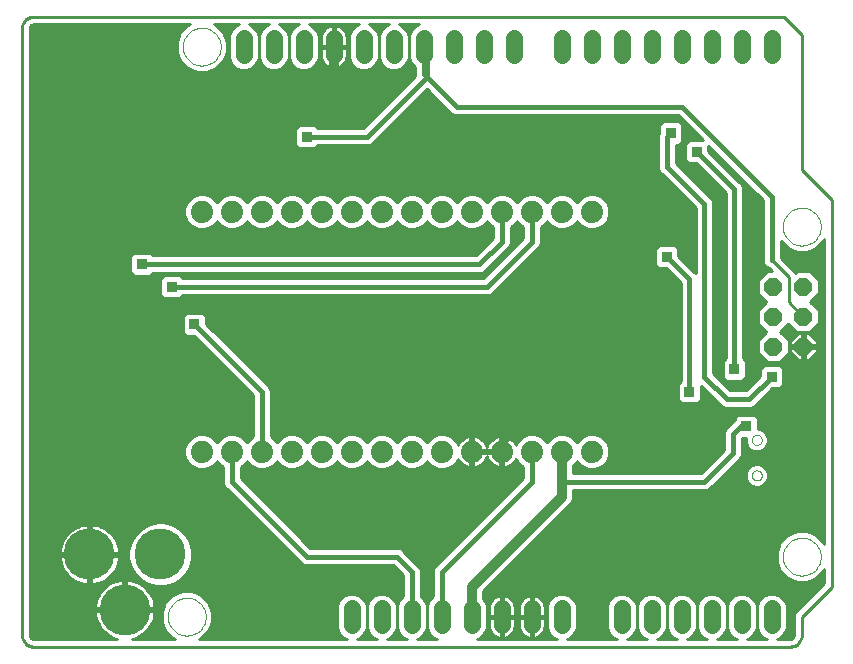
<source format=gbl>
G75*
G70*
%OFA0B0*%
%FSLAX24Y24*%
%IPPOS*%
%LPD*%
%AMOC8*
5,1,8,0,0,1.08239X$1,22.5*
%
%ADD10C,0.0100*%
%ADD11C,0.0000*%
%ADD12OC8,0.0610*%
%ADD13C,0.0560*%
%ADD14C,0.1700*%
%ADD15C,0.0740*%
%ADD16C,0.0320*%
%ADD17R,0.0356X0.0356*%
%ADD18C,0.0160*%
D10*
X001280Y000944D02*
X001280Y021156D01*
X001540Y021156D02*
X001543Y021182D01*
X001563Y021231D01*
X001599Y021267D01*
X001648Y021287D01*
X001674Y021290D01*
X006872Y021290D01*
X006804Y021262D01*
X006568Y021026D01*
X006440Y020717D01*
X006440Y020383D01*
X006568Y020074D01*
X006804Y019838D01*
X007113Y019710D01*
X007447Y019710D01*
X007756Y019838D01*
X007992Y020074D01*
X008120Y020383D01*
X008120Y020717D01*
X007992Y021026D01*
X007756Y021262D01*
X007688Y021290D01*
X008510Y021290D01*
X008402Y021245D01*
X008265Y021108D01*
X008190Y020927D01*
X008190Y020173D01*
X008265Y019992D01*
X008402Y019855D01*
X008583Y019780D01*
X008777Y019780D01*
X008958Y019855D01*
X009095Y019992D01*
X009170Y020173D01*
X009170Y020927D01*
X009095Y021108D01*
X008958Y021245D01*
X008850Y021290D01*
X009510Y021290D01*
X009402Y021245D01*
X009265Y021108D01*
X009190Y020927D01*
X009190Y020173D01*
X009265Y019992D01*
X009402Y019855D01*
X009583Y019780D01*
X009777Y019780D01*
X009958Y019855D01*
X010095Y019992D01*
X010170Y020173D01*
X010170Y020927D01*
X010095Y021108D01*
X009958Y021245D01*
X009850Y021290D01*
X010510Y021290D01*
X010402Y021245D01*
X010265Y021108D01*
X010190Y020927D01*
X010190Y020173D01*
X010265Y019992D01*
X010402Y019855D01*
X010583Y019780D01*
X010777Y019780D01*
X010958Y019855D01*
X011095Y019992D01*
X011170Y020173D01*
X011170Y020927D01*
X011095Y021108D01*
X010958Y021245D01*
X010850Y021290D01*
X012510Y021290D01*
X012402Y021245D01*
X012265Y021108D01*
X012190Y020927D01*
X012190Y020173D01*
X012265Y019992D01*
X012402Y019855D01*
X012583Y019780D01*
X012777Y019780D01*
X012958Y019855D01*
X013095Y019992D01*
X013170Y020173D01*
X013170Y020927D01*
X013095Y021108D01*
X012958Y021245D01*
X012850Y021290D01*
X013510Y021290D01*
X013402Y021245D01*
X013265Y021108D01*
X013190Y020927D01*
X013190Y020173D01*
X013265Y019992D01*
X013402Y019855D01*
X013583Y019780D01*
X013777Y019780D01*
X013958Y019855D01*
X014095Y019992D01*
X014170Y020173D01*
X014170Y020927D01*
X014095Y021108D01*
X013958Y021245D01*
X013850Y021290D01*
X014510Y021290D01*
X014402Y021245D01*
X014265Y021108D01*
X014190Y020927D01*
X014190Y020173D01*
X014265Y019992D01*
X014390Y019867D01*
X014390Y019592D01*
X014397Y019577D01*
X012660Y017840D01*
X011143Y017840D01*
X011045Y017938D01*
X010515Y017938D01*
X010392Y017815D01*
X010392Y017285D01*
X010515Y017162D01*
X011045Y017162D01*
X011143Y017260D01*
X012838Y017260D01*
X012944Y017304D01*
X014780Y019140D01*
X015534Y018386D01*
X015616Y018304D01*
X015722Y018260D01*
X023160Y018260D01*
X023982Y017438D01*
X023515Y017438D01*
X023392Y017315D01*
X023392Y016785D01*
X023515Y016662D01*
X023758Y016662D01*
X024740Y015680D01*
X024740Y010163D01*
X024642Y010065D01*
X024642Y009535D01*
X024765Y009412D01*
X025295Y009412D01*
X025418Y009535D01*
X025418Y010065D01*
X025320Y010163D01*
X025320Y015858D01*
X025276Y015964D01*
X025194Y016046D01*
X024168Y017072D01*
X024168Y017252D01*
X025990Y015430D01*
X025990Y013382D01*
X026034Y013276D01*
X026116Y013194D01*
X026188Y013164D01*
X026287Y013065D01*
X026117Y013065D01*
X025815Y012763D01*
X025815Y012337D01*
X026102Y012050D01*
X025815Y011763D01*
X025815Y011337D01*
X026102Y011050D01*
X025815Y010763D01*
X025815Y010337D01*
X026117Y010035D01*
X026543Y010035D01*
X026845Y010337D01*
X026845Y010763D01*
X026558Y011050D01*
X026830Y011322D01*
X027117Y011035D01*
X027543Y011035D01*
X027845Y011337D01*
X027845Y011763D01*
X027558Y012050D01*
X027845Y012337D01*
X027845Y012763D01*
X027543Y013065D01*
X027117Y013065D01*
X027070Y013018D01*
X026997Y013090D01*
X026570Y013518D01*
X026570Y014072D01*
X026804Y013838D01*
X027113Y013710D01*
X027447Y013710D01*
X027756Y013838D01*
X027992Y014074D01*
X028020Y014142D01*
X028020Y003958D01*
X027992Y004026D01*
X027756Y004262D01*
X027447Y004390D01*
X027113Y004390D01*
X026804Y004262D01*
X026568Y004026D01*
X026440Y003717D01*
X026440Y003383D01*
X026568Y003074D01*
X026804Y002838D01*
X027113Y002710D01*
X027447Y002710D01*
X027756Y002838D01*
X027992Y003074D01*
X028020Y003142D01*
X028020Y002658D01*
X027133Y001770D01*
X027060Y001697D01*
X027020Y001602D01*
X027020Y000944D01*
X026647Y000944D01*
X026695Y000992D02*
X026770Y001173D01*
X026770Y001927D01*
X026695Y002108D01*
X026558Y002245D01*
X026377Y002320D01*
X026183Y002320D01*
X026002Y002245D01*
X025865Y002108D01*
X025790Y001927D01*
X025790Y001173D01*
X025865Y000992D01*
X026002Y000855D01*
X026110Y000810D01*
X025450Y000810D01*
X025558Y000855D01*
X025695Y000992D01*
X025770Y001173D01*
X025770Y001927D01*
X025695Y002108D01*
X025558Y002245D01*
X025377Y002320D01*
X025183Y002320D01*
X025002Y002245D01*
X024865Y002108D01*
X024790Y001927D01*
X024790Y001173D01*
X024865Y000992D01*
X025002Y000855D01*
X025110Y000810D01*
X024450Y000810D01*
X024558Y000855D01*
X024695Y000992D01*
X024770Y001173D01*
X024770Y001927D01*
X024695Y002108D01*
X024558Y002245D01*
X024377Y002320D01*
X024183Y002320D01*
X024002Y002245D01*
X023865Y002108D01*
X023790Y001927D01*
X023790Y001173D01*
X023865Y000992D01*
X024002Y000855D01*
X024110Y000810D01*
X023450Y000810D01*
X023558Y000855D01*
X023695Y000992D01*
X023770Y001173D01*
X023770Y001927D01*
X023695Y002108D01*
X023558Y002245D01*
X023377Y002320D01*
X023183Y002320D01*
X023002Y002245D01*
X022865Y002108D01*
X022790Y001927D01*
X022790Y001173D01*
X022865Y000992D01*
X023002Y000855D01*
X023110Y000810D01*
X022450Y000810D01*
X022558Y000855D01*
X022695Y000992D01*
X022770Y001173D01*
X022770Y001927D01*
X022695Y002108D01*
X022558Y002245D01*
X022377Y002320D01*
X022183Y002320D01*
X022002Y002245D01*
X021865Y002108D01*
X021790Y001927D01*
X021790Y001173D01*
X021865Y000992D01*
X022002Y000855D01*
X022110Y000810D01*
X021450Y000810D01*
X021558Y000855D01*
X021695Y000992D01*
X021770Y001173D01*
X021770Y001927D01*
X021695Y002108D01*
X021558Y002245D01*
X021377Y002320D01*
X021183Y002320D01*
X021002Y002245D01*
X020865Y002108D01*
X020790Y001927D01*
X020790Y001173D01*
X020865Y000992D01*
X021002Y000855D01*
X021110Y000810D01*
X019450Y000810D01*
X019558Y000855D01*
X019695Y000992D01*
X019770Y001173D01*
X019770Y001927D01*
X019695Y002108D01*
X019558Y002245D01*
X019377Y002320D01*
X019183Y002320D01*
X019002Y002245D01*
X018865Y002108D01*
X018790Y001927D01*
X018790Y001173D01*
X018865Y000992D01*
X019002Y000855D01*
X019110Y000810D01*
X016450Y000810D01*
X016558Y000855D01*
X016695Y000992D01*
X016770Y001173D01*
X016770Y001927D01*
X016695Y002108D01*
X016650Y002153D01*
X016650Y002397D01*
X019594Y005340D01*
X019650Y005476D01*
X019650Y005760D01*
X024088Y005760D01*
X024194Y005804D01*
X025144Y006754D01*
X025144Y006754D01*
X025226Y006836D01*
X025270Y006942D01*
X025270Y007522D01*
X025405Y007522D01*
X025403Y007516D01*
X025403Y007365D01*
X025460Y007227D01*
X025566Y007121D01*
X025705Y007063D01*
X025855Y007063D01*
X025994Y007121D01*
X026100Y007227D01*
X026157Y007365D01*
X026157Y007516D01*
X026100Y007654D01*
X025994Y007760D01*
X025855Y007818D01*
X025818Y007818D01*
X025818Y008175D01*
X025695Y008298D01*
X025165Y008298D01*
X025042Y008175D01*
X025042Y008122D01*
X024994Y008074D01*
X024734Y007814D01*
X024690Y007708D01*
X024690Y007120D01*
X023910Y006340D01*
X019650Y006340D01*
X019650Y006600D01*
X019772Y006721D01*
X019780Y006741D01*
X019788Y006721D01*
X019951Y006558D01*
X020165Y006470D01*
X020395Y006470D01*
X020609Y006558D01*
X020772Y006721D01*
X020860Y006935D01*
X020860Y007165D01*
X020772Y007379D01*
X020609Y007542D01*
X020395Y007630D01*
X020165Y007630D01*
X019951Y007542D01*
X019788Y007379D01*
X019780Y007359D01*
X019772Y007379D01*
X019609Y007542D01*
X019395Y007630D01*
X019165Y007630D01*
X018951Y007542D01*
X018788Y007379D01*
X018780Y007359D01*
X018772Y007379D01*
X018609Y007542D01*
X018395Y007630D01*
X018165Y007630D01*
X017951Y007542D01*
X017788Y007379D01*
X017747Y007279D01*
X017725Y007323D01*
X017677Y007389D01*
X017619Y007447D01*
X017553Y007495D01*
X017480Y007532D01*
X017402Y007557D01*
X017330Y007569D01*
X017330Y007100D01*
X017230Y007100D01*
X017230Y007569D01*
X017158Y007557D01*
X017080Y007532D01*
X017007Y007495D01*
X016941Y007447D01*
X016883Y007389D01*
X016835Y007323D01*
X016798Y007250D01*
X016780Y007194D01*
X016762Y007250D01*
X016725Y007323D01*
X016677Y007389D01*
X016619Y007447D01*
X016553Y007495D01*
X016480Y007532D01*
X016402Y007557D01*
X016330Y007569D01*
X016330Y007100D01*
X017230Y007100D01*
X017230Y007000D01*
X017330Y007000D01*
X017330Y006531D01*
X017402Y006543D01*
X017480Y006568D01*
X017553Y006605D01*
X017619Y006653D01*
X017677Y006711D01*
X017725Y006777D01*
X017747Y006821D01*
X017788Y006721D01*
X017951Y006558D01*
X017990Y006542D01*
X017990Y006170D01*
X015034Y003214D01*
X014990Y003108D01*
X014990Y002233D01*
X014865Y002108D01*
X014790Y001927D01*
X014790Y001173D01*
X014865Y000992D01*
X015002Y000855D01*
X015110Y000810D01*
X014450Y000810D01*
X014558Y000855D01*
X014695Y000992D01*
X014770Y001173D01*
X014770Y001927D01*
X014695Y002108D01*
X014570Y002233D01*
X014570Y003108D01*
X014526Y003214D01*
X014026Y003714D01*
X013944Y003796D01*
X013838Y003840D01*
X010900Y003840D01*
X008570Y006170D01*
X008570Y006542D01*
X008609Y006558D01*
X008772Y006721D01*
X008780Y006741D01*
X008788Y006721D01*
X008951Y006558D01*
X009165Y006470D01*
X009395Y006470D01*
X009609Y006558D01*
X009772Y006721D01*
X009780Y006741D01*
X009788Y006721D01*
X009951Y006558D01*
X010165Y006470D01*
X010395Y006470D01*
X010609Y006558D01*
X010772Y006721D01*
X010780Y006741D01*
X010788Y006721D01*
X010951Y006558D01*
X011165Y006470D01*
X011395Y006470D01*
X011609Y006558D01*
X011772Y006721D01*
X011780Y006741D01*
X011788Y006721D01*
X011951Y006558D01*
X012165Y006470D01*
X012395Y006470D01*
X012609Y006558D01*
X012772Y006721D01*
X012780Y006741D01*
X012788Y006721D01*
X012951Y006558D01*
X013165Y006470D01*
X013395Y006470D01*
X013609Y006558D01*
X013772Y006721D01*
X013780Y006741D01*
X013788Y006721D01*
X013951Y006558D01*
X014165Y006470D01*
X014395Y006470D01*
X014609Y006558D01*
X014772Y006721D01*
X014780Y006741D01*
X014788Y006721D01*
X014951Y006558D01*
X015165Y006470D01*
X015395Y006470D01*
X015609Y006558D01*
X015772Y006721D01*
X015813Y006821D01*
X015835Y006777D01*
X015883Y006711D01*
X015941Y006653D01*
X016007Y006605D01*
X016080Y006568D01*
X016158Y006543D01*
X016230Y006531D01*
X016230Y007000D01*
X016330Y007000D01*
X016330Y007100D01*
X016230Y007100D01*
X016230Y007569D01*
X016158Y007557D01*
X016080Y007532D01*
X016007Y007495D01*
X015941Y007447D01*
X015883Y007389D01*
X015835Y007323D01*
X015813Y007279D01*
X015772Y007379D01*
X015609Y007542D01*
X015395Y007630D01*
X015165Y007630D01*
X014951Y007542D01*
X014788Y007379D01*
X014780Y007359D01*
X014772Y007379D01*
X014609Y007542D01*
X014395Y007630D01*
X014165Y007630D01*
X013951Y007542D01*
X013788Y007379D01*
X013780Y007359D01*
X013772Y007379D01*
X013609Y007542D01*
X013395Y007630D01*
X013165Y007630D01*
X012951Y007542D01*
X012788Y007379D01*
X012780Y007359D01*
X012772Y007379D01*
X012609Y007542D01*
X012395Y007630D01*
X012165Y007630D01*
X011951Y007542D01*
X011788Y007379D01*
X011780Y007359D01*
X011772Y007379D01*
X011609Y007542D01*
X011395Y007630D01*
X011165Y007630D01*
X010951Y007542D01*
X010788Y007379D01*
X010780Y007359D01*
X010772Y007379D01*
X010609Y007542D01*
X010395Y007630D01*
X010165Y007630D01*
X009951Y007542D01*
X009788Y007379D01*
X009780Y007359D01*
X009772Y007379D01*
X009609Y007542D01*
X009570Y007558D01*
X009570Y009108D01*
X009526Y009214D01*
X009444Y009296D01*
X007418Y011322D01*
X007418Y011565D01*
X007295Y011688D01*
X006765Y011688D01*
X006642Y011565D01*
X006642Y011035D01*
X006765Y010912D01*
X007008Y010912D01*
X008990Y008930D01*
X008990Y007558D01*
X008951Y007542D01*
X008788Y007379D01*
X008780Y007359D01*
X008772Y007379D01*
X008609Y007542D01*
X008395Y007630D01*
X008165Y007630D01*
X007951Y007542D01*
X007788Y007379D01*
X007780Y007359D01*
X007772Y007379D01*
X007609Y007542D01*
X007395Y007630D01*
X007165Y007630D01*
X006951Y007542D01*
X006788Y007379D01*
X006700Y007165D01*
X006700Y006935D01*
X006788Y006721D01*
X006951Y006558D01*
X007165Y006470D01*
X007395Y006470D01*
X007609Y006558D01*
X007772Y006721D01*
X007780Y006741D01*
X007788Y006721D01*
X007951Y006558D01*
X007990Y006542D01*
X007990Y005992D01*
X008034Y005886D01*
X008116Y005804D01*
X010616Y003304D01*
X010722Y003260D01*
X013660Y003260D01*
X013990Y002930D01*
X013990Y002233D01*
X013865Y002108D01*
X013790Y001927D01*
X013790Y001173D01*
X013865Y000992D01*
X014002Y000855D01*
X014110Y000810D01*
X013450Y000810D01*
X013558Y000855D01*
X013695Y000992D01*
X013770Y001173D01*
X013770Y001927D01*
X013695Y002108D01*
X013558Y002245D01*
X013377Y002320D01*
X013183Y002320D01*
X013002Y002245D01*
X012865Y002108D01*
X012790Y001927D01*
X012790Y001173D01*
X012865Y000992D01*
X013002Y000855D01*
X013110Y000810D01*
X012450Y000810D01*
X012558Y000855D01*
X012695Y000992D01*
X012770Y001173D01*
X012770Y001927D01*
X012695Y002108D01*
X012558Y002245D01*
X012377Y002320D01*
X012183Y002320D01*
X012002Y002245D01*
X011865Y002108D01*
X011790Y001927D01*
X011790Y001173D01*
X011865Y000992D01*
X012002Y000855D01*
X012110Y000810D01*
X007188Y000810D01*
X007256Y000838D01*
X007492Y001074D01*
X007620Y001383D01*
X007620Y001717D01*
X007492Y002026D01*
X007256Y002262D01*
X006947Y002390D01*
X006613Y002390D01*
X006304Y002262D01*
X006068Y002026D01*
X005940Y001717D01*
X005940Y001383D01*
X006068Y001074D01*
X006304Y000838D01*
X006372Y000810D01*
X004958Y000810D01*
X004990Y000817D01*
X005096Y000854D01*
X005197Y000903D01*
X005292Y000963D01*
X005380Y001033D01*
X005459Y001112D01*
X005529Y001200D01*
X005589Y001295D01*
X005638Y001396D01*
X005675Y001502D01*
X005700Y001612D01*
X005713Y001723D01*
X005713Y001730D01*
X004763Y001730D01*
X004763Y001830D01*
X004663Y001830D01*
X004663Y002780D01*
X004656Y002780D01*
X004545Y002767D01*
X004435Y002742D01*
X004329Y002705D01*
X004228Y002656D01*
X004133Y002596D01*
X004045Y002526D01*
X003966Y002447D01*
X003896Y002359D01*
X003836Y002264D01*
X003787Y002163D01*
X003750Y002057D01*
X003725Y001947D01*
X003713Y001836D01*
X003713Y001830D01*
X004663Y001830D01*
X004663Y001730D01*
X003713Y001730D01*
X003713Y001723D01*
X003725Y001612D01*
X003750Y001502D01*
X003787Y001396D01*
X003836Y001295D01*
X003896Y001200D01*
X003966Y001112D01*
X004045Y001033D01*
X004133Y000963D01*
X004228Y000903D01*
X004329Y000854D01*
X004435Y000817D01*
X004467Y000810D01*
X001674Y000810D01*
X001648Y000813D01*
X001599Y000833D01*
X001563Y000869D01*
X001543Y000918D01*
X001540Y000944D01*
X004163Y000944D01*
X004035Y001043D02*
X001540Y001043D01*
X001540Y001141D02*
X003943Y001141D01*
X003871Y001240D02*
X001540Y001240D01*
X001540Y001338D02*
X003815Y001338D01*
X003773Y001437D02*
X001540Y001437D01*
X001540Y001535D02*
X003743Y001535D01*
X003723Y001634D02*
X001540Y001634D01*
X001540Y001732D02*
X004663Y001732D01*
X004663Y001831D02*
X004763Y001831D01*
X004763Y001830D02*
X004763Y002780D01*
X004769Y002780D01*
X004880Y002767D01*
X004990Y002742D01*
X005096Y002705D01*
X005197Y002656D01*
X005292Y002596D01*
X005380Y002526D01*
X005459Y002447D01*
X005529Y002359D01*
X005589Y002264D01*
X005638Y002163D01*
X005675Y002057D01*
X005700Y001947D01*
X005713Y001836D01*
X005713Y001830D01*
X004763Y001830D01*
X004763Y001732D02*
X005946Y001732D01*
X005940Y001634D02*
X005702Y001634D01*
X005682Y001535D02*
X005940Y001535D01*
X005940Y001437D02*
X005652Y001437D01*
X005610Y001338D02*
X005959Y001338D01*
X005999Y001240D02*
X005554Y001240D01*
X005482Y001141D02*
X006040Y001141D01*
X006100Y001043D02*
X005390Y001043D01*
X005262Y000944D02*
X006198Y000944D01*
X006297Y000846D02*
X005071Y000846D01*
X004354Y000846D02*
X001586Y000846D01*
X001540Y000944D02*
X001540Y021156D01*
X001540Y021137D02*
X006679Y021137D01*
X006777Y021235D02*
X001567Y021235D01*
X001280Y021156D02*
X001282Y021195D01*
X001288Y021233D01*
X001297Y021270D01*
X001310Y021307D01*
X001327Y021342D01*
X001346Y021375D01*
X001369Y021406D01*
X001395Y021435D01*
X001424Y021461D01*
X001455Y021484D01*
X001488Y021503D01*
X001523Y021520D01*
X001560Y021533D01*
X001597Y021542D01*
X001635Y021548D01*
X001674Y021550D01*
X026680Y021550D01*
X027280Y020950D01*
X027280Y016450D01*
X028280Y015450D01*
X028280Y002550D01*
X027280Y001550D01*
X027280Y000944D01*
X027020Y000944D02*
X027017Y000918D01*
X026997Y000869D01*
X026961Y000833D01*
X026912Y000813D01*
X026886Y000810D01*
X026450Y000810D01*
X026558Y000855D01*
X026695Y000992D01*
X026716Y001043D02*
X027020Y001043D01*
X027020Y001141D02*
X026757Y001141D01*
X026770Y001240D02*
X027020Y001240D01*
X027020Y001338D02*
X026770Y001338D01*
X026770Y001437D02*
X027020Y001437D01*
X027020Y001535D02*
X026770Y001535D01*
X026770Y001634D02*
X027033Y001634D01*
X027094Y001732D02*
X026770Y001732D01*
X026770Y001831D02*
X027193Y001831D01*
X027133Y001770D02*
X027133Y001770D01*
X027291Y001929D02*
X026769Y001929D01*
X026729Y002028D02*
X027390Y002028D01*
X027488Y002126D02*
X026677Y002126D01*
X026578Y002225D02*
X027587Y002225D01*
X027685Y002323D02*
X016650Y002323D01*
X016650Y002225D02*
X017107Y002225D01*
X017115Y002228D02*
X017055Y002198D01*
X017000Y002158D01*
X016952Y002110D01*
X016912Y002055D01*
X016882Y001995D01*
X016861Y001931D01*
X016850Y001864D01*
X016850Y001584D01*
X017246Y001584D01*
X017246Y001516D01*
X017314Y001516D01*
X017314Y001584D01*
X017710Y001584D01*
X017710Y001864D01*
X017699Y001931D01*
X017678Y001995D01*
X017648Y002055D01*
X017608Y002110D01*
X017560Y002158D01*
X017505Y002198D01*
X017445Y002228D01*
X017381Y002249D01*
X017314Y002260D01*
X017314Y002260D01*
X017314Y001584D01*
X017246Y001584D01*
X017246Y002260D01*
X017179Y002249D01*
X017115Y002228D01*
X017246Y002225D02*
X017314Y002225D01*
X017246Y002260D02*
X017246Y002260D01*
X017246Y002126D02*
X017314Y002126D01*
X017314Y002028D02*
X017246Y002028D01*
X017246Y001929D02*
X017314Y001929D01*
X017314Y001831D02*
X017246Y001831D01*
X017246Y001732D02*
X017314Y001732D01*
X017314Y001634D02*
X017246Y001634D01*
X017246Y001535D02*
X016770Y001535D01*
X016850Y001516D02*
X016850Y001236D01*
X016861Y001169D01*
X016882Y001105D01*
X016912Y001045D01*
X016952Y000990D01*
X017000Y000942D01*
X017055Y000902D01*
X017115Y000872D01*
X017179Y000851D01*
X017246Y000840D01*
X017246Y000840D01*
X017246Y001516D01*
X016850Y001516D01*
X016850Y001437D02*
X016770Y001437D01*
X016770Y001338D02*
X016850Y001338D01*
X016850Y001240D02*
X016770Y001240D01*
X016757Y001141D02*
X016870Y001141D01*
X016914Y001043D02*
X016716Y001043D01*
X016647Y000944D02*
X016998Y000944D01*
X017211Y000846D02*
X016536Y000846D01*
X017246Y000846D02*
X017314Y000846D01*
X017314Y000840D02*
X017381Y000851D01*
X017445Y000872D01*
X017505Y000902D01*
X017560Y000942D01*
X017608Y000990D01*
X017648Y001045D01*
X017678Y001105D01*
X017699Y001169D01*
X017710Y001236D01*
X017710Y001516D01*
X017314Y001516D01*
X017314Y000840D01*
X017314Y000840D01*
X017349Y000846D02*
X018211Y000846D01*
X018179Y000851D02*
X018246Y000840D01*
X018246Y000840D01*
X018246Y001516D01*
X018314Y001516D01*
X018314Y001584D01*
X018710Y001584D01*
X018710Y001864D01*
X018699Y001931D01*
X018678Y001995D01*
X018648Y002055D01*
X018608Y002110D01*
X018560Y002158D01*
X018505Y002198D01*
X018445Y002228D01*
X018381Y002249D01*
X018314Y002260D01*
X018314Y002260D01*
X018314Y001584D01*
X018246Y001584D01*
X018246Y001516D01*
X017850Y001516D01*
X017850Y001236D01*
X017861Y001169D01*
X017882Y001105D01*
X017912Y001045D01*
X017952Y000990D01*
X018000Y000942D01*
X018055Y000902D01*
X018115Y000872D01*
X018179Y000851D01*
X018246Y000846D02*
X018314Y000846D01*
X018314Y000840D02*
X018381Y000851D01*
X018445Y000872D01*
X018505Y000902D01*
X018560Y000942D01*
X018608Y000990D01*
X018648Y001045D01*
X018678Y001105D01*
X018699Y001169D01*
X018710Y001236D01*
X018710Y001516D01*
X018314Y001516D01*
X018314Y000840D01*
X018314Y000840D01*
X018349Y000846D02*
X019024Y000846D01*
X018913Y000944D02*
X018562Y000944D01*
X018646Y001043D02*
X018844Y001043D01*
X018803Y001141D02*
X018690Y001141D01*
X018710Y001240D02*
X018790Y001240D01*
X018790Y001338D02*
X018710Y001338D01*
X018710Y001437D02*
X018790Y001437D01*
X018790Y001535D02*
X018314Y001535D01*
X018246Y001535D02*
X017314Y001535D01*
X017314Y001437D02*
X017246Y001437D01*
X017246Y001338D02*
X017314Y001338D01*
X017314Y001240D02*
X017246Y001240D01*
X017246Y001141D02*
X017314Y001141D01*
X017314Y001043D02*
X017246Y001043D01*
X017246Y000944D02*
X017314Y000944D01*
X017562Y000944D02*
X017998Y000944D01*
X017914Y001043D02*
X017646Y001043D01*
X017690Y001141D02*
X017870Y001141D01*
X017850Y001240D02*
X017710Y001240D01*
X017710Y001338D02*
X017850Y001338D01*
X017850Y001437D02*
X017710Y001437D01*
X017710Y001634D02*
X017850Y001634D01*
X017850Y001584D02*
X018246Y001584D01*
X018246Y002260D01*
X018179Y002249D01*
X018115Y002228D01*
X018055Y002198D01*
X018000Y002158D01*
X017952Y002110D01*
X017912Y002055D01*
X017882Y001995D01*
X017861Y001931D01*
X017850Y001864D01*
X017850Y001584D01*
X017850Y001732D02*
X017710Y001732D01*
X017710Y001831D02*
X017850Y001831D01*
X017860Y001929D02*
X017700Y001929D01*
X017662Y002028D02*
X017898Y002028D01*
X017968Y002126D02*
X017592Y002126D01*
X017453Y002225D02*
X018107Y002225D01*
X018246Y002225D02*
X018314Y002225D01*
X018246Y002260D02*
X018246Y002260D01*
X018246Y002126D02*
X018314Y002126D01*
X018314Y002028D02*
X018246Y002028D01*
X018246Y001929D02*
X018314Y001929D01*
X018314Y001831D02*
X018246Y001831D01*
X018246Y001732D02*
X018314Y001732D01*
X018314Y001634D02*
X018246Y001634D01*
X018246Y001437D02*
X018314Y001437D01*
X018314Y001338D02*
X018246Y001338D01*
X018246Y001240D02*
X018314Y001240D01*
X018314Y001141D02*
X018246Y001141D01*
X018246Y001043D02*
X018314Y001043D01*
X018314Y000944D02*
X018246Y000944D01*
X018710Y001634D02*
X018790Y001634D01*
X018790Y001732D02*
X018710Y001732D01*
X018710Y001831D02*
X018790Y001831D01*
X018791Y001929D02*
X018700Y001929D01*
X018662Y002028D02*
X018831Y002028D01*
X018883Y002126D02*
X018592Y002126D01*
X018453Y002225D02*
X018982Y002225D01*
X019578Y002225D02*
X020982Y002225D01*
X020883Y002126D02*
X019677Y002126D01*
X019729Y002028D02*
X020831Y002028D01*
X020791Y001929D02*
X019769Y001929D01*
X019770Y001831D02*
X020790Y001831D01*
X020790Y001732D02*
X019770Y001732D01*
X019770Y001634D02*
X020790Y001634D01*
X020790Y001535D02*
X019770Y001535D01*
X019770Y001437D02*
X020790Y001437D01*
X020790Y001338D02*
X019770Y001338D01*
X019770Y001240D02*
X020790Y001240D01*
X020803Y001141D02*
X019757Y001141D01*
X019716Y001043D02*
X020844Y001043D01*
X020913Y000944D02*
X019647Y000944D01*
X019536Y000846D02*
X021024Y000846D01*
X021536Y000846D02*
X022024Y000846D01*
X021913Y000944D02*
X021647Y000944D01*
X021716Y001043D02*
X021844Y001043D01*
X021803Y001141D02*
X021757Y001141D01*
X021770Y001240D02*
X021790Y001240D01*
X021790Y001338D02*
X021770Y001338D01*
X021770Y001437D02*
X021790Y001437D01*
X021790Y001535D02*
X021770Y001535D01*
X021770Y001634D02*
X021790Y001634D01*
X021790Y001732D02*
X021770Y001732D01*
X021770Y001831D02*
X021790Y001831D01*
X021791Y001929D02*
X021769Y001929D01*
X021729Y002028D02*
X021831Y002028D01*
X021883Y002126D02*
X021677Y002126D01*
X021578Y002225D02*
X021982Y002225D01*
X022578Y002225D02*
X022982Y002225D01*
X022883Y002126D02*
X022677Y002126D01*
X022729Y002028D02*
X022831Y002028D01*
X022791Y001929D02*
X022769Y001929D01*
X022770Y001831D02*
X022790Y001831D01*
X022790Y001732D02*
X022770Y001732D01*
X022770Y001634D02*
X022790Y001634D01*
X022790Y001535D02*
X022770Y001535D01*
X022770Y001437D02*
X022790Y001437D01*
X022790Y001338D02*
X022770Y001338D01*
X022770Y001240D02*
X022790Y001240D01*
X022803Y001141D02*
X022757Y001141D01*
X022716Y001043D02*
X022844Y001043D01*
X022913Y000944D02*
X022647Y000944D01*
X022536Y000846D02*
X023024Y000846D01*
X023536Y000846D02*
X024024Y000846D01*
X023913Y000944D02*
X023647Y000944D01*
X023716Y001043D02*
X023844Y001043D01*
X023803Y001141D02*
X023757Y001141D01*
X023770Y001240D02*
X023790Y001240D01*
X023790Y001338D02*
X023770Y001338D01*
X023770Y001437D02*
X023790Y001437D01*
X023790Y001535D02*
X023770Y001535D01*
X023770Y001634D02*
X023790Y001634D01*
X023790Y001732D02*
X023770Y001732D01*
X023770Y001831D02*
X023790Y001831D01*
X023791Y001929D02*
X023769Y001929D01*
X023729Y002028D02*
X023831Y002028D01*
X023883Y002126D02*
X023677Y002126D01*
X023578Y002225D02*
X023982Y002225D01*
X024578Y002225D02*
X024982Y002225D01*
X024883Y002126D02*
X024677Y002126D01*
X024729Y002028D02*
X024831Y002028D01*
X024791Y001929D02*
X024769Y001929D01*
X024770Y001831D02*
X024790Y001831D01*
X024790Y001732D02*
X024770Y001732D01*
X024770Y001634D02*
X024790Y001634D01*
X024790Y001535D02*
X024770Y001535D01*
X024770Y001437D02*
X024790Y001437D01*
X024790Y001338D02*
X024770Y001338D01*
X024770Y001240D02*
X024790Y001240D01*
X024803Y001141D02*
X024757Y001141D01*
X024716Y001043D02*
X024844Y001043D01*
X024913Y000944D02*
X024647Y000944D01*
X024536Y000846D02*
X025024Y000846D01*
X025536Y000846D02*
X026024Y000846D01*
X025913Y000944D02*
X025647Y000944D01*
X025716Y001043D02*
X025844Y001043D01*
X025803Y001141D02*
X025757Y001141D01*
X025770Y001240D02*
X025790Y001240D01*
X025790Y001338D02*
X025770Y001338D01*
X025770Y001437D02*
X025790Y001437D01*
X025790Y001535D02*
X025770Y001535D01*
X025770Y001634D02*
X025790Y001634D01*
X025790Y001732D02*
X025770Y001732D01*
X025770Y001831D02*
X025790Y001831D01*
X025791Y001929D02*
X025769Y001929D01*
X025729Y002028D02*
X025831Y002028D01*
X025883Y002126D02*
X025677Y002126D01*
X025578Y002225D02*
X025982Y002225D01*
X026728Y002914D02*
X017167Y002914D01*
X017069Y002816D02*
X026858Y002816D01*
X027096Y002717D02*
X016970Y002717D01*
X016872Y002619D02*
X027981Y002619D01*
X028020Y002717D02*
X027464Y002717D01*
X027702Y002816D02*
X028020Y002816D01*
X028020Y002914D02*
X027832Y002914D01*
X027930Y003013D02*
X028020Y003013D01*
X028007Y003111D02*
X028020Y003111D01*
X027882Y002520D02*
X016773Y002520D01*
X016675Y002422D02*
X027784Y002422D01*
X026630Y003013D02*
X017266Y003013D01*
X017364Y003111D02*
X026553Y003111D01*
X026512Y003210D02*
X017463Y003210D01*
X017561Y003308D02*
X026471Y003308D01*
X026440Y003407D02*
X017660Y003407D01*
X017758Y003505D02*
X026440Y003505D01*
X026440Y003604D02*
X017857Y003604D01*
X017955Y003702D02*
X026440Y003702D01*
X026475Y003801D02*
X018054Y003801D01*
X018152Y003899D02*
X026515Y003899D01*
X026556Y003998D02*
X018251Y003998D01*
X018349Y004096D02*
X026638Y004096D01*
X026737Y004195D02*
X018448Y004195D01*
X018546Y004293D02*
X026879Y004293D01*
X027681Y004293D02*
X028020Y004293D01*
X028020Y004195D02*
X027823Y004195D01*
X027922Y004096D02*
X028020Y004096D01*
X028020Y003998D02*
X028004Y003998D01*
X028020Y004392D02*
X018645Y004392D01*
X018743Y004490D02*
X028020Y004490D01*
X028020Y004589D02*
X018842Y004589D01*
X018940Y004687D02*
X028020Y004687D01*
X028020Y004786D02*
X019039Y004786D01*
X019137Y004884D02*
X028020Y004884D01*
X028020Y004983D02*
X019236Y004983D01*
X019334Y005081D02*
X028020Y005081D01*
X028020Y005180D02*
X019433Y005180D01*
X019531Y005278D02*
X028020Y005278D01*
X028020Y005377D02*
X019609Y005377D01*
X019649Y005475D02*
X028020Y005475D01*
X028020Y005574D02*
X019650Y005574D01*
X019650Y005672D02*
X028020Y005672D01*
X028020Y005771D02*
X024113Y005771D01*
X024259Y005869D02*
X028020Y005869D01*
X028020Y005968D02*
X026022Y005968D01*
X025994Y005940D02*
X026100Y006046D01*
X026157Y006184D01*
X026157Y006335D01*
X026100Y006473D01*
X025994Y006579D01*
X025855Y006637D01*
X025705Y006637D01*
X025566Y006579D01*
X025460Y006473D01*
X025403Y006335D01*
X025403Y006184D01*
X025460Y006046D01*
X025566Y005940D01*
X025705Y005882D01*
X025855Y005882D01*
X025994Y005940D01*
X026108Y006066D02*
X028020Y006066D01*
X028020Y006165D02*
X026149Y006165D01*
X026157Y006263D02*
X028020Y006263D01*
X028020Y006362D02*
X026146Y006362D01*
X026105Y006460D02*
X028020Y006460D01*
X028020Y006559D02*
X026015Y006559D01*
X025545Y006559D02*
X024949Y006559D01*
X025047Y006657D02*
X028020Y006657D01*
X028020Y006756D02*
X025146Y006756D01*
X025233Y006854D02*
X028020Y006854D01*
X028020Y006953D02*
X025270Y006953D01*
X025270Y007051D02*
X028020Y007051D01*
X028020Y007150D02*
X026023Y007150D01*
X026109Y007248D02*
X028020Y007248D01*
X028020Y007347D02*
X026149Y007347D01*
X026157Y007445D02*
X028020Y007445D01*
X028020Y007544D02*
X026146Y007544D01*
X026105Y007642D02*
X028020Y007642D01*
X028020Y007741D02*
X026014Y007741D01*
X025818Y007839D02*
X028020Y007839D01*
X028020Y007938D02*
X025818Y007938D01*
X025818Y008036D02*
X028020Y008036D01*
X028020Y008135D02*
X025818Y008135D01*
X025760Y008233D02*
X028020Y008233D01*
X028020Y008332D02*
X009570Y008332D01*
X009570Y008430D02*
X028020Y008430D01*
X028020Y008529D02*
X025632Y008529D01*
X025588Y008510D02*
X025694Y008554D01*
X025776Y008636D01*
X026302Y009162D01*
X026545Y009162D01*
X026668Y009285D01*
X026668Y009815D01*
X026545Y009938D01*
X026015Y009938D01*
X025892Y009815D01*
X025892Y009572D01*
X025410Y009090D01*
X024900Y009090D01*
X024320Y009670D01*
X024320Y015358D01*
X024276Y015464D01*
X023070Y016670D01*
X023070Y017287D01*
X023170Y017287D01*
X023293Y017410D01*
X023293Y017940D01*
X023170Y018063D01*
X022640Y018063D01*
X022517Y017940D01*
X022517Y017673D01*
X022490Y017608D01*
X022490Y016492D01*
X022534Y016386D01*
X022616Y016304D01*
X023740Y015180D01*
X023740Y013000D01*
X023694Y013046D01*
X023168Y013572D01*
X023168Y013815D01*
X023045Y013938D01*
X022515Y013938D01*
X022392Y013815D01*
X022392Y013285D01*
X022515Y013162D01*
X022758Y013162D01*
X023240Y012680D01*
X023240Y009413D01*
X023142Y009315D01*
X023142Y008785D01*
X023265Y008662D01*
X023795Y008662D01*
X023918Y008785D01*
X023918Y009252D01*
X024616Y008554D01*
X024722Y008510D01*
X025588Y008510D01*
X025767Y008627D02*
X028020Y008627D01*
X028020Y008726D02*
X025866Y008726D01*
X025964Y008824D02*
X028020Y008824D01*
X028020Y008923D02*
X026063Y008923D01*
X026161Y009021D02*
X028020Y009021D01*
X028020Y009120D02*
X026260Y009120D01*
X026601Y009218D02*
X028020Y009218D01*
X028020Y009317D02*
X026668Y009317D01*
X026668Y009415D02*
X028020Y009415D01*
X028020Y009514D02*
X026668Y009514D01*
X026668Y009612D02*
X028020Y009612D01*
X028020Y009711D02*
X026668Y009711D01*
X026668Y009809D02*
X028020Y009809D01*
X028020Y009908D02*
X026576Y009908D01*
X026613Y010105D02*
X027132Y010105D01*
X027141Y010095D02*
X026875Y010361D01*
X026875Y010506D01*
X027286Y010506D01*
X027286Y010594D01*
X027286Y011005D01*
X027141Y011005D01*
X026875Y010739D01*
X026875Y010594D01*
X027286Y010594D01*
X027374Y010594D01*
X027374Y011005D01*
X027519Y011005D01*
X027785Y010739D01*
X027785Y010594D01*
X027374Y010594D01*
X027374Y010506D01*
X027785Y010506D01*
X027785Y010361D01*
X027519Y010095D01*
X027374Y010095D01*
X027374Y010506D01*
X027286Y010506D01*
X027286Y010095D01*
X027141Y010095D01*
X027286Y010105D02*
X027374Y010105D01*
X027374Y010203D02*
X027286Y010203D01*
X027286Y010302D02*
X027374Y010302D01*
X027374Y010400D02*
X027286Y010400D01*
X027286Y010499D02*
X027374Y010499D01*
X027374Y010597D02*
X027286Y010597D01*
X027286Y010696D02*
X027374Y010696D01*
X027374Y010794D02*
X027286Y010794D01*
X027286Y010893D02*
X027374Y010893D01*
X027374Y010991D02*
X027286Y010991D01*
X027127Y010991D02*
X026617Y010991D01*
X026598Y011090D02*
X027062Y011090D01*
X026963Y011188D02*
X026697Y011188D01*
X026795Y011287D02*
X026865Y011287D01*
X026716Y010893D02*
X027029Y010893D01*
X026930Y010794D02*
X026814Y010794D01*
X026845Y010696D02*
X026875Y010696D01*
X026875Y010597D02*
X026845Y010597D01*
X026845Y010499D02*
X026875Y010499D01*
X026875Y010400D02*
X026845Y010400D01*
X026810Y010302D02*
X026935Y010302D01*
X027033Y010203D02*
X026712Y010203D01*
X026047Y010105D02*
X025379Y010105D01*
X025418Y010006D02*
X028020Y010006D01*
X028020Y010105D02*
X027528Y010105D01*
X027627Y010203D02*
X028020Y010203D01*
X028020Y010302D02*
X027725Y010302D01*
X027785Y010400D02*
X028020Y010400D01*
X028020Y010499D02*
X027785Y010499D01*
X027785Y010597D02*
X028020Y010597D01*
X028020Y010696D02*
X027785Y010696D01*
X027730Y010794D02*
X028020Y010794D01*
X028020Y010893D02*
X027631Y010893D01*
X027533Y010991D02*
X028020Y010991D01*
X028020Y011090D02*
X027598Y011090D01*
X027697Y011188D02*
X028020Y011188D01*
X028020Y011287D02*
X027795Y011287D01*
X027845Y011385D02*
X028020Y011385D01*
X028020Y011484D02*
X027845Y011484D01*
X027845Y011582D02*
X028020Y011582D01*
X028020Y011681D02*
X027845Y011681D01*
X027829Y011779D02*
X028020Y011779D01*
X028020Y011878D02*
X027731Y011878D01*
X027632Y011976D02*
X028020Y011976D01*
X028020Y012075D02*
X027583Y012075D01*
X027682Y012173D02*
X028020Y012173D01*
X028020Y012272D02*
X027780Y012272D01*
X027845Y012370D02*
X028020Y012370D01*
X028020Y012469D02*
X027845Y012469D01*
X027845Y012567D02*
X028020Y012567D01*
X028020Y012666D02*
X027845Y012666D01*
X027844Y012764D02*
X028020Y012764D01*
X028020Y012863D02*
X027746Y012863D01*
X027647Y012961D02*
X028020Y012961D01*
X028020Y013060D02*
X027549Y013060D01*
X027111Y013060D02*
X027028Y013060D01*
X026930Y013158D02*
X028020Y013158D01*
X028020Y013257D02*
X026831Y013257D01*
X026733Y013355D02*
X028020Y013355D01*
X028020Y013454D02*
X026634Y013454D01*
X026570Y013552D02*
X028020Y013552D01*
X028020Y013651D02*
X026570Y013651D01*
X026570Y013749D02*
X027019Y013749D01*
X026795Y013848D02*
X026570Y013848D01*
X026570Y013946D02*
X026696Y013946D01*
X026598Y014045D02*
X026570Y014045D01*
X025990Y014045D02*
X025320Y014045D01*
X025320Y014143D02*
X025990Y014143D01*
X025990Y014242D02*
X025320Y014242D01*
X025320Y014340D02*
X025990Y014340D01*
X025990Y014439D02*
X025320Y014439D01*
X025320Y014537D02*
X025990Y014537D01*
X025990Y014636D02*
X025320Y014636D01*
X025320Y014734D02*
X025990Y014734D01*
X025990Y014833D02*
X025320Y014833D01*
X025320Y014931D02*
X025990Y014931D01*
X025990Y015030D02*
X025320Y015030D01*
X025320Y015128D02*
X025990Y015128D01*
X025990Y015227D02*
X025320Y015227D01*
X025320Y015325D02*
X025990Y015325D01*
X025990Y015424D02*
X025320Y015424D01*
X025320Y015522D02*
X025898Y015522D01*
X025799Y015621D02*
X025320Y015621D01*
X025320Y015719D02*
X025701Y015719D01*
X025602Y015818D02*
X025320Y015818D01*
X025296Y015916D02*
X025504Y015916D01*
X025405Y016015D02*
X025226Y016015D01*
X025194Y016046D02*
X025194Y016046D01*
X025127Y016113D02*
X025307Y016113D01*
X025208Y016212D02*
X025029Y016212D01*
X025110Y016310D02*
X024930Y016310D01*
X025011Y016409D02*
X024832Y016409D01*
X024913Y016507D02*
X024733Y016507D01*
X024814Y016606D02*
X024635Y016606D01*
X024716Y016704D02*
X024536Y016704D01*
X024617Y016803D02*
X024438Y016803D01*
X024519Y016901D02*
X024339Y016901D01*
X024420Y017000D02*
X024241Y017000D01*
X024168Y017098D02*
X024322Y017098D01*
X024223Y017197D02*
X024168Y017197D01*
X023928Y017492D02*
X023293Y017492D01*
X023293Y017591D02*
X023829Y017591D01*
X023731Y017689D02*
X023293Y017689D01*
X023293Y017788D02*
X023632Y017788D01*
X023534Y017886D02*
X023293Y017886D01*
X023249Y017985D02*
X023435Y017985D01*
X023337Y018083D02*
X013723Y018083D01*
X013625Y017985D02*
X022561Y017985D01*
X022517Y017886D02*
X013526Y017886D01*
X013428Y017788D02*
X022517Y017788D01*
X022517Y017689D02*
X013329Y017689D01*
X013231Y017591D02*
X022490Y017591D01*
X022490Y017492D02*
X013132Y017492D01*
X013034Y017394D02*
X022490Y017394D01*
X022490Y017295D02*
X012922Y017295D01*
X012706Y017886D02*
X011097Y017886D01*
X010463Y017886D02*
X001540Y017886D01*
X001540Y017788D02*
X010392Y017788D01*
X010392Y017689D02*
X001540Y017689D01*
X001540Y017591D02*
X010392Y017591D01*
X010392Y017492D02*
X001540Y017492D01*
X001540Y017394D02*
X010392Y017394D01*
X010392Y017295D02*
X001540Y017295D01*
X001540Y017197D02*
X010480Y017197D01*
X011080Y017197D02*
X022490Y017197D01*
X022490Y017098D02*
X001540Y017098D01*
X001540Y017000D02*
X022490Y017000D01*
X022490Y016901D02*
X001540Y016901D01*
X001540Y016803D02*
X022490Y016803D01*
X022490Y016704D02*
X001540Y016704D01*
X001540Y016606D02*
X022490Y016606D01*
X022490Y016507D02*
X001540Y016507D01*
X001540Y016409D02*
X022525Y016409D01*
X022610Y016310D02*
X001540Y016310D01*
X001540Y016212D02*
X022708Y016212D01*
X022807Y016113D02*
X001540Y016113D01*
X001540Y016015D02*
X022905Y016015D01*
X023004Y015916D02*
X001540Y015916D01*
X001540Y015818D02*
X023102Y015818D01*
X023201Y015719D02*
X001540Y015719D01*
X001540Y015621D02*
X007142Y015621D01*
X007165Y015630D02*
X006951Y015542D01*
X006788Y015379D01*
X006700Y015165D01*
X006700Y014935D01*
X006788Y014721D01*
X006951Y014558D01*
X007165Y014470D01*
X007395Y014470D01*
X007609Y014558D01*
X007772Y014721D01*
X007780Y014741D01*
X007788Y014721D01*
X007951Y014558D01*
X008165Y014470D01*
X008395Y014470D01*
X008609Y014558D01*
X008772Y014721D01*
X008780Y014741D01*
X008788Y014721D01*
X008951Y014558D01*
X009165Y014470D01*
X009395Y014470D01*
X009609Y014558D01*
X009772Y014721D01*
X009780Y014741D01*
X009788Y014721D01*
X009951Y014558D01*
X010165Y014470D01*
X010395Y014470D01*
X010609Y014558D01*
X010772Y014721D01*
X010780Y014741D01*
X010788Y014721D01*
X010951Y014558D01*
X011165Y014470D01*
X011395Y014470D01*
X011609Y014558D01*
X011772Y014721D01*
X011780Y014741D01*
X011788Y014721D01*
X011951Y014558D01*
X012165Y014470D01*
X012395Y014470D01*
X012609Y014558D01*
X012772Y014721D01*
X012780Y014741D01*
X012788Y014721D01*
X012951Y014558D01*
X013165Y014470D01*
X013395Y014470D01*
X013609Y014558D01*
X013772Y014721D01*
X013780Y014741D01*
X013788Y014721D01*
X013951Y014558D01*
X014165Y014470D01*
X014395Y014470D01*
X014609Y014558D01*
X014772Y014721D01*
X014780Y014741D01*
X014788Y014721D01*
X014951Y014558D01*
X015165Y014470D01*
X015395Y014470D01*
X015609Y014558D01*
X015772Y014721D01*
X015780Y014741D01*
X015788Y014721D01*
X015951Y014558D01*
X016165Y014470D01*
X016395Y014470D01*
X016609Y014558D01*
X016772Y014721D01*
X016780Y014741D01*
X016788Y014721D01*
X016951Y014558D01*
X016990Y014542D01*
X016990Y014170D01*
X016410Y013590D01*
X005643Y013590D01*
X005545Y013688D01*
X005015Y013688D01*
X004892Y013565D01*
X004892Y013035D01*
X005015Y012912D01*
X005545Y012912D01*
X005643Y013010D01*
X016588Y013010D01*
X016694Y013054D01*
X017444Y013804D01*
X017526Y013886D01*
X017570Y013992D01*
X017570Y014542D01*
X017609Y014558D01*
X017772Y014721D01*
X017780Y014741D01*
X017788Y014721D01*
X017951Y014558D01*
X017990Y014542D01*
X017990Y014170D01*
X016660Y012840D01*
X006643Y012840D01*
X006545Y012938D01*
X006015Y012938D01*
X005892Y012815D01*
X005892Y012285D01*
X006015Y012162D01*
X006545Y012162D01*
X006643Y012260D01*
X016838Y012260D01*
X016944Y012304D01*
X018444Y013804D01*
X018526Y013886D01*
X018570Y013992D01*
X018570Y014542D01*
X018609Y014558D01*
X018772Y014721D01*
X018780Y014741D01*
X018788Y014721D01*
X018951Y014558D01*
X019165Y014470D01*
X019395Y014470D01*
X019609Y014558D01*
X019772Y014721D01*
X019780Y014741D01*
X019788Y014721D01*
X019951Y014558D01*
X020165Y014470D01*
X020395Y014470D01*
X020609Y014558D01*
X020772Y014721D01*
X020860Y014935D01*
X020860Y015165D01*
X020772Y015379D01*
X020609Y015542D01*
X020395Y015630D01*
X020165Y015630D01*
X019951Y015542D01*
X019788Y015379D01*
X019780Y015359D01*
X019772Y015379D01*
X019609Y015542D01*
X019395Y015630D01*
X019165Y015630D01*
X018951Y015542D01*
X018788Y015379D01*
X018780Y015359D01*
X018772Y015379D01*
X018609Y015542D01*
X018395Y015630D01*
X018165Y015630D01*
X017951Y015542D01*
X017788Y015379D01*
X017780Y015359D01*
X017772Y015379D01*
X017609Y015542D01*
X017395Y015630D01*
X017165Y015630D01*
X016951Y015542D01*
X016788Y015379D01*
X016780Y015359D01*
X016772Y015379D01*
X016609Y015542D01*
X016395Y015630D01*
X016165Y015630D01*
X015951Y015542D01*
X015788Y015379D01*
X015780Y015359D01*
X015772Y015379D01*
X015609Y015542D01*
X015395Y015630D01*
X015165Y015630D01*
X014951Y015542D01*
X014788Y015379D01*
X014780Y015359D01*
X014772Y015379D01*
X014609Y015542D01*
X014395Y015630D01*
X014165Y015630D01*
X013951Y015542D01*
X013788Y015379D01*
X013780Y015359D01*
X013772Y015379D01*
X013609Y015542D01*
X013395Y015630D01*
X013165Y015630D01*
X012951Y015542D01*
X012788Y015379D01*
X012780Y015359D01*
X012772Y015379D01*
X012609Y015542D01*
X012395Y015630D01*
X012165Y015630D01*
X011951Y015542D01*
X011788Y015379D01*
X011780Y015359D01*
X011772Y015379D01*
X011609Y015542D01*
X011395Y015630D01*
X011165Y015630D01*
X010951Y015542D01*
X010788Y015379D01*
X010780Y015359D01*
X010772Y015379D01*
X010609Y015542D01*
X010395Y015630D01*
X010165Y015630D01*
X009951Y015542D01*
X009788Y015379D01*
X009780Y015359D01*
X009772Y015379D01*
X009609Y015542D01*
X009395Y015630D01*
X009165Y015630D01*
X008951Y015542D01*
X008788Y015379D01*
X008780Y015359D01*
X008772Y015379D01*
X008609Y015542D01*
X008395Y015630D01*
X008165Y015630D01*
X007951Y015542D01*
X007788Y015379D01*
X007780Y015359D01*
X007772Y015379D01*
X007609Y015542D01*
X007395Y015630D01*
X007165Y015630D01*
X007418Y015621D02*
X008142Y015621D01*
X007932Y015522D02*
X007628Y015522D01*
X007727Y015424D02*
X007833Y015424D01*
X008418Y015621D02*
X009142Y015621D01*
X008932Y015522D02*
X008628Y015522D01*
X008727Y015424D02*
X008833Y015424D01*
X009418Y015621D02*
X010142Y015621D01*
X009932Y015522D02*
X009628Y015522D01*
X009727Y015424D02*
X009833Y015424D01*
X010418Y015621D02*
X011142Y015621D01*
X010932Y015522D02*
X010628Y015522D01*
X010727Y015424D02*
X010833Y015424D01*
X011418Y015621D02*
X012142Y015621D01*
X011932Y015522D02*
X011628Y015522D01*
X011727Y015424D02*
X011833Y015424D01*
X012418Y015621D02*
X013142Y015621D01*
X012932Y015522D02*
X012628Y015522D01*
X012727Y015424D02*
X012833Y015424D01*
X013418Y015621D02*
X014142Y015621D01*
X013932Y015522D02*
X013628Y015522D01*
X013727Y015424D02*
X013833Y015424D01*
X014418Y015621D02*
X015142Y015621D01*
X014932Y015522D02*
X014628Y015522D01*
X014727Y015424D02*
X014833Y015424D01*
X015418Y015621D02*
X016142Y015621D01*
X015932Y015522D02*
X015628Y015522D01*
X015727Y015424D02*
X015833Y015424D01*
X016418Y015621D02*
X017142Y015621D01*
X016932Y015522D02*
X016628Y015522D01*
X016727Y015424D02*
X016833Y015424D01*
X017418Y015621D02*
X018142Y015621D01*
X017932Y015522D02*
X017628Y015522D01*
X017727Y015424D02*
X017833Y015424D01*
X018418Y015621D02*
X019142Y015621D01*
X018932Y015522D02*
X018628Y015522D01*
X018727Y015424D02*
X018833Y015424D01*
X019418Y015621D02*
X020142Y015621D01*
X019932Y015522D02*
X019628Y015522D01*
X019727Y015424D02*
X019833Y015424D01*
X020418Y015621D02*
X023299Y015621D01*
X023398Y015522D02*
X020628Y015522D01*
X020727Y015424D02*
X023496Y015424D01*
X023595Y015325D02*
X020794Y015325D01*
X020835Y015227D02*
X023693Y015227D01*
X023740Y015128D02*
X020860Y015128D01*
X020860Y015030D02*
X023740Y015030D01*
X023740Y014931D02*
X020859Y014931D01*
X020818Y014833D02*
X023740Y014833D01*
X023740Y014734D02*
X020777Y014734D01*
X020686Y014636D02*
X023740Y014636D01*
X023740Y014537D02*
X020557Y014537D01*
X020003Y014537D02*
X019557Y014537D01*
X019686Y014636D02*
X019874Y014636D01*
X019783Y014734D02*
X019777Y014734D01*
X019003Y014537D02*
X018570Y014537D01*
X018570Y014439D02*
X023740Y014439D01*
X023740Y014340D02*
X018570Y014340D01*
X018570Y014242D02*
X023740Y014242D01*
X023740Y014143D02*
X018570Y014143D01*
X018570Y014045D02*
X023740Y014045D01*
X023740Y013946D02*
X018551Y013946D01*
X018488Y013848D02*
X022424Y013848D01*
X022392Y013749D02*
X018389Y013749D01*
X018291Y013651D02*
X022392Y013651D01*
X022392Y013552D02*
X018192Y013552D01*
X018094Y013454D02*
X022392Y013454D01*
X022392Y013355D02*
X017995Y013355D01*
X017897Y013257D02*
X022420Y013257D01*
X022762Y013158D02*
X017798Y013158D01*
X017700Y013060D02*
X022860Y013060D01*
X022959Y012961D02*
X017601Y012961D01*
X017503Y012863D02*
X023057Y012863D01*
X023156Y012764D02*
X017404Y012764D01*
X017306Y012666D02*
X023240Y012666D01*
X023240Y012567D02*
X017207Y012567D01*
X017109Y012469D02*
X023240Y012469D01*
X023240Y012370D02*
X017010Y012370D01*
X016866Y012272D02*
X023240Y012272D01*
X023240Y012173D02*
X006556Y012173D01*
X006757Y011681D02*
X001540Y011681D01*
X001540Y011779D02*
X023240Y011779D01*
X023240Y011681D02*
X007303Y011681D01*
X007401Y011582D02*
X023240Y011582D01*
X023240Y011484D02*
X007418Y011484D01*
X007418Y011385D02*
X023240Y011385D01*
X023240Y011287D02*
X007454Y011287D01*
X007552Y011188D02*
X023240Y011188D01*
X023240Y011090D02*
X007651Y011090D01*
X007749Y010991D02*
X023240Y010991D01*
X023240Y010893D02*
X007848Y010893D01*
X007946Y010794D02*
X023240Y010794D01*
X023240Y010696D02*
X008045Y010696D01*
X008143Y010597D02*
X023240Y010597D01*
X023240Y010499D02*
X008242Y010499D01*
X008340Y010400D02*
X023240Y010400D01*
X023240Y010302D02*
X008439Y010302D01*
X008537Y010203D02*
X023240Y010203D01*
X023240Y010105D02*
X008636Y010105D01*
X008734Y010006D02*
X023240Y010006D01*
X023240Y009908D02*
X008833Y009908D01*
X008931Y009809D02*
X023240Y009809D01*
X023240Y009711D02*
X009030Y009711D01*
X009128Y009612D02*
X023240Y009612D01*
X023240Y009514D02*
X009227Y009514D01*
X009325Y009415D02*
X023240Y009415D01*
X023143Y009317D02*
X009424Y009317D01*
X009522Y009218D02*
X023142Y009218D01*
X023142Y009120D02*
X009565Y009120D01*
X009570Y009021D02*
X023142Y009021D01*
X023142Y008923D02*
X009570Y008923D01*
X009570Y008824D02*
X023142Y008824D01*
X023201Y008726D02*
X009570Y008726D01*
X009570Y008627D02*
X024543Y008627D01*
X024444Y008726D02*
X023859Y008726D01*
X023918Y008824D02*
X024346Y008824D01*
X024247Y008923D02*
X023918Y008923D01*
X023918Y009021D02*
X024149Y009021D01*
X024050Y009120D02*
X023918Y009120D01*
X023918Y009218D02*
X023952Y009218D01*
X024378Y009612D02*
X024642Y009612D01*
X024642Y009711D02*
X024320Y009711D01*
X024320Y009809D02*
X024642Y009809D01*
X024642Y009908D02*
X024320Y009908D01*
X024320Y010006D02*
X024642Y010006D01*
X024681Y010105D02*
X024320Y010105D01*
X024320Y010203D02*
X024740Y010203D01*
X024740Y010302D02*
X024320Y010302D01*
X024320Y010400D02*
X024740Y010400D01*
X024740Y010499D02*
X024320Y010499D01*
X024320Y010597D02*
X024740Y010597D01*
X024740Y010696D02*
X024320Y010696D01*
X024320Y010794D02*
X024740Y010794D01*
X024740Y010893D02*
X024320Y010893D01*
X024320Y010991D02*
X024740Y010991D01*
X024740Y011090D02*
X024320Y011090D01*
X024320Y011188D02*
X024740Y011188D01*
X024740Y011287D02*
X024320Y011287D01*
X024320Y011385D02*
X024740Y011385D01*
X024740Y011484D02*
X024320Y011484D01*
X024320Y011582D02*
X024740Y011582D01*
X024740Y011681D02*
X024320Y011681D01*
X024320Y011779D02*
X024740Y011779D01*
X024740Y011878D02*
X024320Y011878D01*
X024320Y011976D02*
X024740Y011976D01*
X024740Y012075D02*
X024320Y012075D01*
X024320Y012173D02*
X024740Y012173D01*
X024740Y012272D02*
X024320Y012272D01*
X024320Y012370D02*
X024740Y012370D01*
X024740Y012469D02*
X024320Y012469D01*
X024320Y012567D02*
X024740Y012567D01*
X024740Y012666D02*
X024320Y012666D01*
X024320Y012764D02*
X024740Y012764D01*
X024740Y012863D02*
X024320Y012863D01*
X024320Y012961D02*
X024740Y012961D01*
X024740Y013060D02*
X024320Y013060D01*
X024320Y013158D02*
X024740Y013158D01*
X024740Y013257D02*
X024320Y013257D01*
X024320Y013355D02*
X024740Y013355D01*
X024740Y013454D02*
X024320Y013454D01*
X024320Y013552D02*
X024740Y013552D01*
X024740Y013651D02*
X024320Y013651D01*
X024320Y013749D02*
X024740Y013749D01*
X024740Y013848D02*
X024320Y013848D01*
X024320Y013946D02*
X024740Y013946D01*
X024740Y014045D02*
X024320Y014045D01*
X024320Y014143D02*
X024740Y014143D01*
X024740Y014242D02*
X024320Y014242D01*
X024320Y014340D02*
X024740Y014340D01*
X024740Y014439D02*
X024320Y014439D01*
X024320Y014537D02*
X024740Y014537D01*
X024740Y014636D02*
X024320Y014636D01*
X024320Y014734D02*
X024740Y014734D01*
X024740Y014833D02*
X024320Y014833D01*
X024320Y014931D02*
X024740Y014931D01*
X024740Y015030D02*
X024320Y015030D01*
X024320Y015128D02*
X024740Y015128D01*
X024740Y015227D02*
X024320Y015227D01*
X024320Y015325D02*
X024740Y015325D01*
X024740Y015424D02*
X024293Y015424D01*
X024218Y015522D02*
X024740Y015522D01*
X024740Y015621D02*
X024120Y015621D01*
X024021Y015719D02*
X024701Y015719D01*
X024602Y015818D02*
X023923Y015818D01*
X023824Y015916D02*
X024504Y015916D01*
X024405Y016015D02*
X023726Y016015D01*
X023627Y016113D02*
X024307Y016113D01*
X024208Y016212D02*
X023529Y016212D01*
X023430Y016310D02*
X024110Y016310D01*
X024011Y016409D02*
X023332Y016409D01*
X023233Y016507D02*
X023913Y016507D01*
X023814Y016606D02*
X023135Y016606D01*
X023070Y016704D02*
X023473Y016704D01*
X023392Y016803D02*
X023070Y016803D01*
X023070Y016901D02*
X023392Y016901D01*
X023392Y017000D02*
X023070Y017000D01*
X023070Y017098D02*
X023392Y017098D01*
X023392Y017197D02*
X023070Y017197D01*
X023178Y017295D02*
X023392Y017295D01*
X023470Y017394D02*
X023277Y017394D01*
X023238Y018182D02*
X013822Y018182D01*
X013920Y018280D02*
X015674Y018280D01*
X015541Y018379D02*
X014019Y018379D01*
X014117Y018477D02*
X015443Y018477D01*
X015344Y018576D02*
X014216Y018576D01*
X014314Y018674D02*
X015246Y018674D01*
X015147Y018773D02*
X014413Y018773D01*
X014511Y018871D02*
X015049Y018871D01*
X014950Y018970D02*
X014610Y018970D01*
X014708Y019068D02*
X014852Y019068D01*
X014282Y019462D02*
X001540Y019462D01*
X001540Y019364D02*
X014183Y019364D01*
X014085Y019265D02*
X001540Y019265D01*
X001540Y019167D02*
X013986Y019167D01*
X013888Y019068D02*
X001540Y019068D01*
X001540Y018970D02*
X013789Y018970D01*
X013691Y018871D02*
X001540Y018871D01*
X001540Y018773D02*
X013592Y018773D01*
X013494Y018674D02*
X001540Y018674D01*
X001540Y018576D02*
X013395Y018576D01*
X013297Y018477D02*
X001540Y018477D01*
X001540Y018379D02*
X013198Y018379D01*
X013100Y018280D02*
X001540Y018280D01*
X001540Y018182D02*
X013001Y018182D01*
X012903Y018083D02*
X001540Y018083D01*
X001540Y017985D02*
X012804Y017985D01*
X014380Y019561D02*
X001540Y019561D01*
X001540Y019659D02*
X014390Y019659D01*
X014390Y019758D02*
X007562Y019758D01*
X007774Y019856D02*
X008401Y019856D01*
X008302Y019955D02*
X007872Y019955D01*
X007971Y020053D02*
X008239Y020053D01*
X008199Y020152D02*
X008024Y020152D01*
X008065Y020250D02*
X008190Y020250D01*
X008190Y020349D02*
X008106Y020349D01*
X008120Y020447D02*
X008190Y020447D01*
X008190Y020546D02*
X008120Y020546D01*
X008120Y020644D02*
X008190Y020644D01*
X008190Y020743D02*
X008109Y020743D01*
X008069Y020841D02*
X008190Y020841D01*
X008195Y020940D02*
X008028Y020940D01*
X007980Y021038D02*
X008236Y021038D01*
X008294Y021137D02*
X007881Y021137D01*
X007783Y021235D02*
X008392Y021235D01*
X008968Y021235D02*
X009392Y021235D01*
X009294Y021137D02*
X009066Y021137D01*
X009124Y021038D02*
X009236Y021038D01*
X009195Y020940D02*
X009165Y020940D01*
X009170Y020841D02*
X009190Y020841D01*
X009190Y020743D02*
X009170Y020743D01*
X009170Y020644D02*
X009190Y020644D01*
X009190Y020546D02*
X009170Y020546D01*
X009170Y020447D02*
X009190Y020447D01*
X009190Y020349D02*
X009170Y020349D01*
X009170Y020250D02*
X009190Y020250D01*
X009199Y020152D02*
X009161Y020152D01*
X009121Y020053D02*
X009239Y020053D01*
X009302Y019955D02*
X009058Y019955D01*
X008959Y019856D02*
X009401Y019856D01*
X009959Y019856D02*
X010401Y019856D01*
X010302Y019955D02*
X010058Y019955D01*
X010121Y020053D02*
X010239Y020053D01*
X010199Y020152D02*
X010161Y020152D01*
X010170Y020250D02*
X010190Y020250D01*
X010190Y020349D02*
X010170Y020349D01*
X010170Y020447D02*
X010190Y020447D01*
X010190Y020546D02*
X010170Y020546D01*
X010170Y020644D02*
X010190Y020644D01*
X010190Y020743D02*
X010170Y020743D01*
X010170Y020841D02*
X010190Y020841D01*
X010195Y020940D02*
X010165Y020940D01*
X010124Y021038D02*
X010236Y021038D01*
X010294Y021137D02*
X010066Y021137D01*
X009968Y021235D02*
X010392Y021235D01*
X010968Y021235D02*
X011535Y021235D01*
X011515Y021228D02*
X011455Y021198D01*
X011400Y021158D01*
X011352Y021110D01*
X011312Y021055D01*
X011282Y020995D01*
X011261Y020931D01*
X011250Y020864D01*
X011250Y020584D01*
X011646Y020584D01*
X011646Y020516D01*
X011250Y020516D01*
X011250Y020236D01*
X011261Y020169D01*
X011282Y020105D01*
X011312Y020045D01*
X011352Y019990D01*
X011400Y019942D01*
X011455Y019902D01*
X011515Y019872D01*
X011579Y019851D01*
X011646Y019840D01*
X011646Y019840D01*
X011646Y020516D01*
X011714Y020516D01*
X011714Y020584D01*
X011646Y020584D01*
X011646Y021260D01*
X011579Y021249D01*
X011515Y021228D01*
X011646Y021235D02*
X011714Y021235D01*
X011714Y021260D02*
X011714Y021260D01*
X011781Y021249D01*
X011845Y021228D01*
X011905Y021198D01*
X011960Y021158D01*
X012008Y021110D01*
X012048Y021055D01*
X012078Y020995D01*
X012099Y020931D01*
X012110Y020864D01*
X012110Y020584D01*
X011714Y020584D01*
X011714Y021260D01*
X011646Y021260D02*
X011646Y021260D01*
X011646Y021137D02*
X011714Y021137D01*
X011714Y021038D02*
X011646Y021038D01*
X011646Y020940D02*
X011714Y020940D01*
X011714Y020841D02*
X011646Y020841D01*
X011646Y020743D02*
X011714Y020743D01*
X011714Y020644D02*
X011646Y020644D01*
X011646Y020546D02*
X011170Y020546D01*
X011170Y020644D02*
X011250Y020644D01*
X011250Y020743D02*
X011170Y020743D01*
X011170Y020841D02*
X011250Y020841D01*
X011263Y020940D02*
X011165Y020940D01*
X011124Y021038D02*
X011303Y021038D01*
X011378Y021137D02*
X011066Y021137D01*
X011170Y020447D02*
X011250Y020447D01*
X011250Y020349D02*
X011170Y020349D01*
X011170Y020250D02*
X011250Y020250D01*
X011266Y020152D02*
X011161Y020152D01*
X011121Y020053D02*
X011308Y020053D01*
X011387Y019955D02*
X011058Y019955D01*
X010959Y019856D02*
X011563Y019856D01*
X011646Y019856D02*
X011714Y019856D01*
X011714Y019840D02*
X011781Y019851D01*
X011845Y019872D01*
X011905Y019902D01*
X011960Y019942D01*
X012008Y019990D01*
X012048Y020045D01*
X012078Y020105D01*
X012099Y020169D01*
X012110Y020236D01*
X012110Y020516D01*
X011714Y020516D01*
X011714Y019840D01*
X011714Y019840D01*
X011797Y019856D02*
X012401Y019856D01*
X012302Y019955D02*
X011973Y019955D01*
X012052Y020053D02*
X012239Y020053D01*
X012199Y020152D02*
X012094Y020152D01*
X012110Y020250D02*
X012190Y020250D01*
X012190Y020349D02*
X012110Y020349D01*
X012110Y020447D02*
X012190Y020447D01*
X012190Y020546D02*
X011714Y020546D01*
X011714Y020447D02*
X011646Y020447D01*
X011646Y020349D02*
X011714Y020349D01*
X011714Y020250D02*
X011646Y020250D01*
X011646Y020152D02*
X011714Y020152D01*
X011714Y020053D02*
X011646Y020053D01*
X011646Y019955D02*
X011714Y019955D01*
X012110Y020644D02*
X012190Y020644D01*
X012190Y020743D02*
X012110Y020743D01*
X012110Y020841D02*
X012190Y020841D01*
X012195Y020940D02*
X012097Y020940D01*
X012057Y021038D02*
X012236Y021038D01*
X012294Y021137D02*
X011982Y021137D01*
X011825Y021235D02*
X012392Y021235D01*
X012968Y021235D02*
X013392Y021235D01*
X013294Y021137D02*
X013066Y021137D01*
X013124Y021038D02*
X013236Y021038D01*
X013195Y020940D02*
X013165Y020940D01*
X013170Y020841D02*
X013190Y020841D01*
X013190Y020743D02*
X013170Y020743D01*
X013170Y020644D02*
X013190Y020644D01*
X013190Y020546D02*
X013170Y020546D01*
X013170Y020447D02*
X013190Y020447D01*
X013190Y020349D02*
X013170Y020349D01*
X013170Y020250D02*
X013190Y020250D01*
X013199Y020152D02*
X013161Y020152D01*
X013121Y020053D02*
X013239Y020053D01*
X013302Y019955D02*
X013058Y019955D01*
X012959Y019856D02*
X013401Y019856D01*
X013959Y019856D02*
X014390Y019856D01*
X014302Y019955D02*
X014058Y019955D01*
X014121Y020053D02*
X014239Y020053D01*
X014199Y020152D02*
X014161Y020152D01*
X014170Y020250D02*
X014190Y020250D01*
X014190Y020349D02*
X014170Y020349D01*
X014170Y020447D02*
X014190Y020447D01*
X014190Y020546D02*
X014170Y020546D01*
X014170Y020644D02*
X014190Y020644D01*
X014190Y020743D02*
X014170Y020743D01*
X014170Y020841D02*
X014190Y020841D01*
X014195Y020940D02*
X014165Y020940D01*
X014124Y021038D02*
X014236Y021038D01*
X014294Y021137D02*
X014066Y021137D01*
X013968Y021235D02*
X014392Y021235D01*
X006998Y019758D02*
X001540Y019758D01*
X001540Y019856D02*
X006786Y019856D01*
X006688Y019955D02*
X001540Y019955D01*
X001540Y020053D02*
X006589Y020053D01*
X006536Y020152D02*
X001540Y020152D01*
X001540Y020250D02*
X006495Y020250D01*
X006454Y020349D02*
X001540Y020349D01*
X001540Y020447D02*
X006440Y020447D01*
X006440Y020546D02*
X001540Y020546D01*
X001540Y020644D02*
X006440Y020644D01*
X006451Y020743D02*
X001540Y020743D01*
X001540Y020841D02*
X006491Y020841D01*
X006532Y020940D02*
X001540Y020940D01*
X001540Y021038D02*
X006580Y021038D01*
X006932Y015522D02*
X001540Y015522D01*
X001540Y015424D02*
X006833Y015424D01*
X006766Y015325D02*
X001540Y015325D01*
X001540Y015227D02*
X006725Y015227D01*
X006700Y015128D02*
X001540Y015128D01*
X001540Y015030D02*
X006700Y015030D01*
X006701Y014931D02*
X001540Y014931D01*
X001540Y014833D02*
X006742Y014833D01*
X006783Y014734D02*
X001540Y014734D01*
X001540Y014636D02*
X006874Y014636D01*
X007003Y014537D02*
X001540Y014537D01*
X001540Y014439D02*
X016990Y014439D01*
X016990Y014537D02*
X016557Y014537D01*
X016686Y014636D02*
X016874Y014636D01*
X016783Y014734D02*
X016777Y014734D01*
X016990Y014340D02*
X001540Y014340D01*
X001540Y014242D02*
X016990Y014242D01*
X016963Y014143D02*
X001540Y014143D01*
X001540Y014045D02*
X016864Y014045D01*
X016766Y013946D02*
X001540Y013946D01*
X001540Y013848D02*
X016667Y013848D01*
X016569Y013749D02*
X001540Y013749D01*
X001540Y013651D02*
X004977Y013651D01*
X004892Y013552D02*
X001540Y013552D01*
X001540Y013454D02*
X004892Y013454D01*
X004892Y013355D02*
X001540Y013355D01*
X001540Y013257D02*
X004892Y013257D01*
X004892Y013158D02*
X001540Y013158D01*
X001540Y013060D02*
X004892Y013060D01*
X004966Y012961D02*
X001540Y012961D01*
X001540Y012863D02*
X005939Y012863D01*
X005892Y012764D02*
X001540Y012764D01*
X001540Y012666D02*
X005892Y012666D01*
X005892Y012567D02*
X001540Y012567D01*
X001540Y012469D02*
X005892Y012469D01*
X005892Y012370D02*
X001540Y012370D01*
X001540Y012272D02*
X005905Y012272D01*
X006004Y012173D02*
X001540Y012173D01*
X001540Y012075D02*
X023240Y012075D01*
X023240Y011976D02*
X001540Y011976D01*
X001540Y011878D02*
X023240Y011878D01*
X023681Y013060D02*
X023740Y013060D01*
X023740Y013158D02*
X023582Y013158D01*
X023484Y013257D02*
X023740Y013257D01*
X023740Y013355D02*
X023385Y013355D01*
X023287Y013454D02*
X023740Y013454D01*
X023740Y013552D02*
X023188Y013552D01*
X023168Y013651D02*
X023740Y013651D01*
X023740Y013749D02*
X023168Y013749D01*
X023136Y013848D02*
X023740Y013848D01*
X025320Y013848D02*
X025990Y013848D01*
X025990Y013946D02*
X025320Y013946D01*
X025320Y013749D02*
X025990Y013749D01*
X025990Y013651D02*
X025320Y013651D01*
X025320Y013552D02*
X025990Y013552D01*
X025990Y013454D02*
X025320Y013454D01*
X025320Y013355D02*
X026001Y013355D01*
X026053Y013257D02*
X025320Y013257D01*
X025320Y013158D02*
X026194Y013158D01*
X026111Y013060D02*
X025320Y013060D01*
X025320Y012961D02*
X026013Y012961D01*
X025914Y012863D02*
X025320Y012863D01*
X025320Y012764D02*
X025816Y012764D01*
X025815Y012666D02*
X025320Y012666D01*
X025320Y012567D02*
X025815Y012567D01*
X025815Y012469D02*
X025320Y012469D01*
X025320Y012370D02*
X025815Y012370D01*
X025880Y012272D02*
X025320Y012272D01*
X025320Y012173D02*
X025978Y012173D01*
X026077Y012075D02*
X025320Y012075D01*
X025320Y011976D02*
X026028Y011976D01*
X025929Y011878D02*
X025320Y011878D01*
X025320Y011779D02*
X025831Y011779D01*
X025815Y011681D02*
X025320Y011681D01*
X025320Y011582D02*
X025815Y011582D01*
X025815Y011484D02*
X025320Y011484D01*
X025320Y011385D02*
X025815Y011385D01*
X025865Y011287D02*
X025320Y011287D01*
X025320Y011188D02*
X025963Y011188D01*
X026062Y011090D02*
X025320Y011090D01*
X025320Y010991D02*
X026043Y010991D01*
X025944Y010893D02*
X025320Y010893D01*
X025320Y010794D02*
X025846Y010794D01*
X025815Y010696D02*
X025320Y010696D01*
X025320Y010597D02*
X025815Y010597D01*
X025815Y010499D02*
X025320Y010499D01*
X025320Y010400D02*
X025815Y010400D01*
X025850Y010302D02*
X025320Y010302D01*
X025320Y010203D02*
X025948Y010203D01*
X025984Y009908D02*
X025418Y009908D01*
X025418Y009809D02*
X025892Y009809D01*
X025892Y009711D02*
X025418Y009711D01*
X025418Y009612D02*
X025892Y009612D01*
X025833Y009514D02*
X025397Y009514D01*
X025298Y009415D02*
X025735Y009415D01*
X025636Y009317D02*
X024674Y009317D01*
X024762Y009415D02*
X024575Y009415D01*
X024663Y009514D02*
X024477Y009514D01*
X024772Y009218D02*
X025538Y009218D01*
X025439Y009120D02*
X024871Y009120D01*
X024678Y008529D02*
X009570Y008529D01*
X009570Y008233D02*
X025100Y008233D01*
X025042Y008135D02*
X009570Y008135D01*
X009570Y008036D02*
X024956Y008036D01*
X024857Y007938D02*
X009570Y007938D01*
X009570Y007839D02*
X024759Y007839D01*
X024704Y007741D02*
X009570Y007741D01*
X009570Y007642D02*
X024690Y007642D01*
X024690Y007544D02*
X020604Y007544D01*
X020705Y007445D02*
X024690Y007445D01*
X024690Y007347D02*
X020785Y007347D01*
X020826Y007248D02*
X024690Y007248D01*
X024690Y007150D02*
X020860Y007150D01*
X020860Y007051D02*
X024621Y007051D01*
X024522Y006953D02*
X020860Y006953D01*
X020827Y006854D02*
X024424Y006854D01*
X024325Y006756D02*
X020786Y006756D01*
X020707Y006657D02*
X024227Y006657D01*
X024128Y006559D02*
X020609Y006559D01*
X019951Y006559D02*
X019650Y006559D01*
X019650Y006460D02*
X024030Y006460D01*
X023931Y006362D02*
X019650Y006362D01*
X019707Y006657D02*
X019853Y006657D01*
X019855Y007445D02*
X019705Y007445D01*
X019604Y007544D02*
X019956Y007544D01*
X018956Y007544D02*
X018604Y007544D01*
X018705Y007445D02*
X018855Y007445D01*
X017956Y007544D02*
X017444Y007544D01*
X017330Y007544D02*
X017230Y007544D01*
X017230Y007445D02*
X017330Y007445D01*
X017330Y007347D02*
X017230Y007347D01*
X017230Y007248D02*
X017330Y007248D01*
X017330Y007150D02*
X017230Y007150D01*
X017230Y007051D02*
X016330Y007051D01*
X016330Y007000D02*
X016761Y007000D01*
X017230Y007000D01*
X017230Y006531D01*
X017158Y006543D01*
X017080Y006568D01*
X017007Y006605D01*
X016941Y006653D01*
X016883Y006711D01*
X016835Y006777D01*
X016798Y006850D01*
X016780Y006906D01*
X016762Y006850D01*
X016725Y006777D01*
X016677Y006711D01*
X016619Y006653D01*
X016553Y006605D01*
X016480Y006568D01*
X016402Y006543D01*
X016330Y006531D01*
X016330Y007000D01*
X016330Y006953D02*
X016230Y006953D01*
X016230Y006854D02*
X016330Y006854D01*
X016330Y006756D02*
X016230Y006756D01*
X016230Y006657D02*
X016330Y006657D01*
X016330Y006559D02*
X016230Y006559D01*
X016110Y006559D02*
X015609Y006559D01*
X015707Y006657D02*
X015938Y006657D01*
X015851Y006756D02*
X015786Y006756D01*
X016230Y007150D02*
X016330Y007150D01*
X016330Y007248D02*
X016230Y007248D01*
X016230Y007347D02*
X016330Y007347D01*
X016330Y007445D02*
X016230Y007445D01*
X016230Y007544D02*
X016330Y007544D01*
X016444Y007544D02*
X017116Y007544D01*
X016940Y007445D02*
X016620Y007445D01*
X016707Y007347D02*
X016853Y007347D01*
X016798Y007248D02*
X016762Y007248D01*
X016763Y006854D02*
X016797Y006854D01*
X016851Y006756D02*
X016709Y006756D01*
X016622Y006657D02*
X016938Y006657D01*
X017110Y006559D02*
X016450Y006559D01*
X017230Y006559D02*
X017330Y006559D01*
X017330Y006657D02*
X017230Y006657D01*
X017230Y006756D02*
X017330Y006756D01*
X017330Y006854D02*
X017230Y006854D01*
X017230Y006953D02*
X017330Y006953D01*
X017450Y006559D02*
X017951Y006559D01*
X017990Y006460D02*
X008570Y006460D01*
X008570Y006362D02*
X017990Y006362D01*
X017990Y006263D02*
X008570Y006263D01*
X008576Y006165D02*
X017984Y006165D01*
X017886Y006066D02*
X008674Y006066D01*
X008773Y005968D02*
X017787Y005968D01*
X017689Y005869D02*
X008871Y005869D01*
X008970Y005771D02*
X017590Y005771D01*
X017492Y005672D02*
X009068Y005672D01*
X009167Y005574D02*
X017393Y005574D01*
X017295Y005475D02*
X009265Y005475D01*
X009364Y005377D02*
X017196Y005377D01*
X017098Y005278D02*
X009462Y005278D01*
X009561Y005180D02*
X016999Y005180D01*
X016901Y005081D02*
X009659Y005081D01*
X009758Y004983D02*
X016802Y004983D01*
X016704Y004884D02*
X009856Y004884D01*
X009955Y004786D02*
X016605Y004786D01*
X016507Y004687D02*
X010053Y004687D01*
X010152Y004589D02*
X016408Y004589D01*
X016310Y004490D02*
X010250Y004490D01*
X010349Y004392D02*
X016211Y004392D01*
X016113Y004293D02*
X010447Y004293D01*
X010546Y004195D02*
X016014Y004195D01*
X015916Y004096D02*
X010644Y004096D01*
X010743Y003998D02*
X015817Y003998D01*
X015719Y003899D02*
X010841Y003899D01*
X010415Y003505D02*
X006954Y003505D01*
X006954Y003490D02*
X006881Y003221D01*
X006742Y002979D01*
X006545Y002782D01*
X006303Y002642D01*
X006033Y002570D01*
X005754Y002570D01*
X005485Y002642D01*
X005243Y002782D01*
X005045Y002979D01*
X004906Y003221D01*
X004834Y003490D01*
X004834Y003770D01*
X004906Y004039D01*
X005045Y004281D01*
X005243Y004478D01*
X005485Y004618D01*
X005754Y004690D01*
X006033Y004690D01*
X006303Y004618D01*
X006545Y004478D01*
X006742Y004281D01*
X006881Y004039D01*
X006954Y003770D01*
X006954Y003490D01*
X006931Y003407D02*
X010513Y003407D01*
X010612Y003308D02*
X006905Y003308D01*
X006875Y003210D02*
X013710Y003210D01*
X013809Y003111D02*
X006818Y003111D01*
X006761Y003013D02*
X013907Y003013D01*
X013990Y002914D02*
X006677Y002914D01*
X006578Y002816D02*
X013990Y002816D01*
X013990Y002717D02*
X006432Y002717D01*
X006214Y002619D02*
X013990Y002619D01*
X013990Y002520D02*
X005386Y002520D01*
X005480Y002422D02*
X013990Y002422D01*
X013990Y002323D02*
X007109Y002323D01*
X007293Y002225D02*
X011982Y002225D01*
X011883Y002126D02*
X007392Y002126D01*
X007490Y002028D02*
X011831Y002028D01*
X011791Y001929D02*
X007532Y001929D01*
X007573Y001831D02*
X011790Y001831D01*
X011790Y001732D02*
X007614Y001732D01*
X007620Y001634D02*
X011790Y001634D01*
X011790Y001535D02*
X007620Y001535D01*
X007620Y001437D02*
X011790Y001437D01*
X011790Y001338D02*
X007601Y001338D01*
X007561Y001240D02*
X011790Y001240D01*
X011803Y001141D02*
X007520Y001141D01*
X007460Y001043D02*
X011844Y001043D01*
X011913Y000944D02*
X007362Y000944D01*
X007263Y000846D02*
X012024Y000846D01*
X012536Y000846D02*
X013024Y000846D01*
X012913Y000944D02*
X012647Y000944D01*
X012716Y001043D02*
X012844Y001043D01*
X012803Y001141D02*
X012757Y001141D01*
X012770Y001240D02*
X012790Y001240D01*
X012790Y001338D02*
X012770Y001338D01*
X012770Y001437D02*
X012790Y001437D01*
X012790Y001535D02*
X012770Y001535D01*
X012770Y001634D02*
X012790Y001634D01*
X012790Y001732D02*
X012770Y001732D01*
X012770Y001831D02*
X012790Y001831D01*
X012791Y001929D02*
X012769Y001929D01*
X012729Y002028D02*
X012831Y002028D01*
X012883Y002126D02*
X012677Y002126D01*
X012578Y002225D02*
X012982Y002225D01*
X013578Y002225D02*
X013982Y002225D01*
X013883Y002126D02*
X013677Y002126D01*
X013729Y002028D02*
X013831Y002028D01*
X013791Y001929D02*
X013769Y001929D01*
X013770Y001831D02*
X013790Y001831D01*
X013790Y001732D02*
X013770Y001732D01*
X013770Y001634D02*
X013790Y001634D01*
X013790Y001535D02*
X013770Y001535D01*
X013770Y001437D02*
X013790Y001437D01*
X013790Y001338D02*
X013770Y001338D01*
X013770Y001240D02*
X013790Y001240D01*
X013803Y001141D02*
X013757Y001141D01*
X013716Y001043D02*
X013844Y001043D01*
X013913Y000944D02*
X013647Y000944D01*
X013536Y000846D02*
X014024Y000846D01*
X014536Y000846D02*
X015024Y000846D01*
X014913Y000944D02*
X014647Y000944D01*
X014716Y001043D02*
X014844Y001043D01*
X014803Y001141D02*
X014757Y001141D01*
X014770Y001240D02*
X014790Y001240D01*
X014790Y001338D02*
X014770Y001338D01*
X014770Y001437D02*
X014790Y001437D01*
X014790Y001535D02*
X014770Y001535D01*
X014770Y001634D02*
X014790Y001634D01*
X014790Y001732D02*
X014770Y001732D01*
X014770Y001831D02*
X014790Y001831D01*
X014791Y001929D02*
X014769Y001929D01*
X014729Y002028D02*
X014831Y002028D01*
X014883Y002126D02*
X014677Y002126D01*
X014578Y002225D02*
X014982Y002225D01*
X014990Y002323D02*
X014570Y002323D01*
X014570Y002422D02*
X014990Y002422D01*
X014990Y002520D02*
X014570Y002520D01*
X014570Y002619D02*
X014990Y002619D01*
X014990Y002717D02*
X014570Y002717D01*
X014570Y002816D02*
X014990Y002816D01*
X014990Y002914D02*
X014570Y002914D01*
X014570Y003013D02*
X014990Y003013D01*
X014991Y003111D02*
X014569Y003111D01*
X014528Y003210D02*
X015032Y003210D01*
X015128Y003308D02*
X014432Y003308D01*
X014334Y003407D02*
X015226Y003407D01*
X015325Y003505D02*
X014235Y003505D01*
X014137Y003604D02*
X015423Y003604D01*
X015522Y003702D02*
X014038Y003702D01*
X013933Y003801D02*
X015620Y003801D01*
X016677Y002126D02*
X016968Y002126D01*
X016898Y002028D02*
X016729Y002028D01*
X016769Y001929D02*
X016860Y001929D01*
X016850Y001831D02*
X016770Y001831D01*
X016770Y001732D02*
X016850Y001732D01*
X016850Y001634D02*
X016770Y001634D01*
X017622Y006657D02*
X017853Y006657D01*
X017774Y006756D02*
X017709Y006756D01*
X017707Y007347D02*
X017775Y007347D01*
X017855Y007445D02*
X017620Y007445D01*
X016116Y007544D02*
X015604Y007544D01*
X015705Y007445D02*
X015940Y007445D01*
X015853Y007347D02*
X015785Y007347D01*
X014956Y007544D02*
X014604Y007544D01*
X014705Y007445D02*
X014855Y007445D01*
X013956Y007544D02*
X013604Y007544D01*
X013705Y007445D02*
X013855Y007445D01*
X012956Y007544D02*
X012604Y007544D01*
X012705Y007445D02*
X012855Y007445D01*
X011956Y007544D02*
X011604Y007544D01*
X011705Y007445D02*
X011855Y007445D01*
X010956Y007544D02*
X010604Y007544D01*
X010705Y007445D02*
X010855Y007445D01*
X009956Y007544D02*
X009604Y007544D01*
X009705Y007445D02*
X009855Y007445D01*
X008990Y007642D02*
X001540Y007642D01*
X001540Y007544D02*
X006956Y007544D01*
X006855Y007445D02*
X001540Y007445D01*
X001540Y007347D02*
X006775Y007347D01*
X006734Y007248D02*
X001540Y007248D01*
X001540Y007150D02*
X006700Y007150D01*
X006700Y007051D02*
X001540Y007051D01*
X001540Y006953D02*
X006700Y006953D01*
X006733Y006854D02*
X001540Y006854D01*
X001540Y006756D02*
X006774Y006756D01*
X006853Y006657D02*
X001540Y006657D01*
X001540Y006559D02*
X006951Y006559D01*
X007609Y006559D02*
X007951Y006559D01*
X007990Y006460D02*
X001540Y006460D01*
X001540Y006362D02*
X007990Y006362D01*
X007990Y006263D02*
X001540Y006263D01*
X001540Y006165D02*
X007990Y006165D01*
X007990Y006066D02*
X001540Y006066D01*
X001540Y005968D02*
X008000Y005968D01*
X008051Y005869D02*
X001540Y005869D01*
X001540Y005771D02*
X008149Y005771D01*
X008248Y005672D02*
X001540Y005672D01*
X001540Y005574D02*
X008346Y005574D01*
X008445Y005475D02*
X001540Y005475D01*
X001540Y005377D02*
X008543Y005377D01*
X008642Y005278D02*
X001540Y005278D01*
X001540Y005180D02*
X008740Y005180D01*
X008839Y005081D02*
X001540Y005081D01*
X001540Y004983D02*
X008937Y004983D01*
X009036Y004884D02*
X001540Y004884D01*
X001540Y004786D02*
X009134Y004786D01*
X009233Y004687D02*
X006044Y004687D01*
X005743Y004687D02*
X001540Y004687D01*
X001540Y004589D02*
X003243Y004589D01*
X003254Y004592D02*
X003148Y004555D01*
X003047Y004507D01*
X002952Y004447D01*
X002864Y004377D01*
X002785Y004297D01*
X002715Y004210D01*
X002655Y004114D01*
X002606Y004013D01*
X002569Y003907D01*
X002544Y003798D01*
X002531Y003686D01*
X002531Y003680D01*
X003481Y003680D01*
X003481Y003580D01*
X002531Y003580D01*
X002531Y003574D01*
X002544Y003462D01*
X002569Y003353D01*
X002606Y003247D01*
X002655Y003146D01*
X002715Y003050D01*
X002785Y002963D01*
X002864Y002883D01*
X002952Y002813D01*
X003047Y002753D01*
X003148Y002705D01*
X003254Y002668D01*
X003364Y002643D01*
X003475Y002630D01*
X003481Y002630D01*
X003481Y003580D01*
X003581Y003580D01*
X003581Y002630D01*
X003588Y002630D01*
X003699Y002643D01*
X003809Y002668D01*
X003915Y002705D01*
X004016Y002753D01*
X004111Y002813D01*
X004199Y002883D01*
X004278Y002963D01*
X004348Y003050D01*
X004408Y003146D01*
X004457Y003247D01*
X004494Y003353D01*
X004519Y003462D01*
X004531Y003574D01*
X004531Y003580D01*
X003582Y003580D01*
X003582Y003680D01*
X004531Y003680D01*
X004531Y003686D01*
X004519Y003798D01*
X004494Y003907D01*
X004457Y004013D01*
X004408Y004114D01*
X004348Y004210D01*
X004278Y004297D01*
X004199Y004377D01*
X004111Y004447D01*
X004016Y004507D01*
X003915Y004555D01*
X003809Y004592D01*
X003699Y004617D01*
X003588Y004630D01*
X003581Y004630D01*
X003581Y003680D01*
X003481Y003680D01*
X003481Y004630D01*
X003475Y004630D01*
X003364Y004617D01*
X003254Y004592D01*
X003481Y004589D02*
X003581Y004589D01*
X003581Y004490D02*
X003481Y004490D01*
X003481Y004392D02*
X003581Y004392D01*
X003581Y004293D02*
X003481Y004293D01*
X003481Y004195D02*
X003581Y004195D01*
X003581Y004096D02*
X003481Y004096D01*
X003481Y003998D02*
X003581Y003998D01*
X003581Y003899D02*
X003481Y003899D01*
X003481Y003801D02*
X003581Y003801D01*
X003581Y003702D02*
X003481Y003702D01*
X003481Y003604D02*
X001540Y003604D01*
X001540Y003702D02*
X002533Y003702D01*
X002545Y003801D02*
X001540Y003801D01*
X001540Y003899D02*
X002567Y003899D01*
X002601Y003998D02*
X001540Y003998D01*
X001540Y004096D02*
X002646Y004096D01*
X002705Y004195D02*
X001540Y004195D01*
X001540Y004293D02*
X002781Y004293D01*
X002883Y004392D02*
X001540Y004392D01*
X001540Y004490D02*
X003021Y004490D01*
X003820Y004589D02*
X005434Y004589D01*
X005263Y004490D02*
X004042Y004490D01*
X004180Y004392D02*
X005156Y004392D01*
X005058Y004293D02*
X004282Y004293D01*
X004358Y004195D02*
X004996Y004195D01*
X004939Y004096D02*
X004417Y004096D01*
X004462Y003998D02*
X004895Y003998D01*
X004868Y003899D02*
X004496Y003899D01*
X004518Y003801D02*
X004842Y003801D01*
X004834Y003702D02*
X004530Y003702D01*
X004524Y003505D02*
X004834Y003505D01*
X004834Y003604D02*
X003582Y003604D01*
X003581Y003505D02*
X003481Y003505D01*
X003481Y003407D02*
X003581Y003407D01*
X003581Y003308D02*
X003481Y003308D01*
X003481Y003210D02*
X003581Y003210D01*
X003581Y003111D02*
X003481Y003111D01*
X003481Y003013D02*
X003581Y003013D01*
X003581Y002914D02*
X003481Y002914D01*
X003481Y002816D02*
X003581Y002816D01*
X003581Y002717D02*
X003481Y002717D01*
X003940Y002717D02*
X004364Y002717D01*
X004168Y002619D02*
X001540Y002619D01*
X001540Y002717D02*
X003123Y002717D01*
X002949Y002816D02*
X001540Y002816D01*
X001540Y002914D02*
X002833Y002914D01*
X002745Y003013D02*
X001540Y003013D01*
X001540Y003111D02*
X002677Y003111D01*
X002624Y003210D02*
X001540Y003210D01*
X001540Y003308D02*
X002585Y003308D01*
X002557Y003407D02*
X001540Y003407D01*
X001540Y003505D02*
X002539Y003505D01*
X001540Y002520D02*
X004039Y002520D01*
X003945Y002422D02*
X001540Y002422D01*
X001540Y002323D02*
X003873Y002323D01*
X003817Y002225D02*
X001540Y002225D01*
X001540Y002126D02*
X003774Y002126D01*
X003743Y002028D02*
X001540Y002028D01*
X001540Y001929D02*
X003723Y001929D01*
X003713Y001831D02*
X001540Y001831D01*
X001280Y000944D02*
X001282Y000905D01*
X001288Y000867D01*
X001297Y000830D01*
X001310Y000793D01*
X001327Y000758D01*
X001346Y000725D01*
X001369Y000694D01*
X001395Y000665D01*
X001424Y000639D01*
X001455Y000616D01*
X001488Y000597D01*
X001523Y000580D01*
X001560Y000567D01*
X001597Y000558D01*
X001635Y000552D01*
X001674Y000550D01*
X026886Y000550D01*
X026974Y000846D02*
X026536Y000846D01*
X026886Y000550D02*
X026925Y000552D01*
X026963Y000558D01*
X027000Y000567D01*
X027037Y000580D01*
X027072Y000597D01*
X027105Y000616D01*
X027136Y000639D01*
X027165Y000665D01*
X027191Y000694D01*
X027214Y000725D01*
X027233Y000758D01*
X027250Y000793D01*
X027263Y000830D01*
X027272Y000867D01*
X027278Y000905D01*
X027280Y000944D01*
X025538Y005968D02*
X024358Y005968D01*
X024456Y006066D02*
X025452Y006066D01*
X025411Y006165D02*
X024555Y006165D01*
X024653Y006263D02*
X025403Y006263D01*
X025414Y006362D02*
X024752Y006362D01*
X024850Y006460D02*
X025455Y006460D01*
X025537Y007150D02*
X025270Y007150D01*
X025270Y007248D02*
X025451Y007248D01*
X025411Y007347D02*
X025270Y007347D01*
X025270Y007445D02*
X025403Y007445D01*
X027330Y011550D02*
X026850Y012030D01*
X026850Y012870D01*
X026280Y013440D01*
X027541Y013749D02*
X028020Y013749D01*
X028020Y013848D02*
X027765Y013848D01*
X027864Y013946D02*
X028020Y013946D01*
X028020Y014045D02*
X027962Y014045D01*
X018874Y014636D02*
X018686Y014636D01*
X018777Y014734D02*
X018783Y014734D01*
X017990Y014537D02*
X017570Y014537D01*
X017570Y014439D02*
X017990Y014439D01*
X017990Y014340D02*
X017570Y014340D01*
X017570Y014242D02*
X017990Y014242D01*
X017963Y014143D02*
X017570Y014143D01*
X017570Y014045D02*
X017864Y014045D01*
X017766Y013946D02*
X017551Y013946D01*
X017488Y013848D02*
X017667Y013848D01*
X017569Y013749D02*
X017389Y013749D01*
X017470Y013651D02*
X017291Y013651D01*
X017372Y013552D02*
X017192Y013552D01*
X017273Y013454D02*
X017094Y013454D01*
X017175Y013355D02*
X016995Y013355D01*
X017076Y013257D02*
X016897Y013257D01*
X016978Y013158D02*
X016798Y013158D01*
X016879Y013060D02*
X016700Y013060D01*
X016781Y012961D02*
X005594Y012961D01*
X005583Y013651D02*
X016470Y013651D01*
X016682Y012863D02*
X006621Y012863D01*
X006659Y011582D02*
X001540Y011582D01*
X001540Y011484D02*
X006642Y011484D01*
X006642Y011385D02*
X001540Y011385D01*
X001540Y011287D02*
X006642Y011287D01*
X006642Y011188D02*
X001540Y011188D01*
X001540Y011090D02*
X006642Y011090D01*
X006686Y010991D02*
X001540Y010991D01*
X001540Y010893D02*
X007027Y010893D01*
X007126Y010794D02*
X001540Y010794D01*
X001540Y010696D02*
X007224Y010696D01*
X007323Y010597D02*
X001540Y010597D01*
X001540Y010499D02*
X007421Y010499D01*
X007520Y010400D02*
X001540Y010400D01*
X001540Y010302D02*
X007618Y010302D01*
X007717Y010203D02*
X001540Y010203D01*
X001540Y010105D02*
X007815Y010105D01*
X007914Y010006D02*
X001540Y010006D01*
X001540Y009908D02*
X008012Y009908D01*
X008111Y009809D02*
X001540Y009809D01*
X001540Y009711D02*
X008209Y009711D01*
X008308Y009612D02*
X001540Y009612D01*
X001540Y009514D02*
X008406Y009514D01*
X008505Y009415D02*
X001540Y009415D01*
X001540Y009317D02*
X008603Y009317D01*
X008702Y009218D02*
X001540Y009218D01*
X001540Y009120D02*
X008800Y009120D01*
X008899Y009021D02*
X001540Y009021D01*
X001540Y008923D02*
X008990Y008923D01*
X008990Y008824D02*
X001540Y008824D01*
X001540Y008726D02*
X008990Y008726D01*
X008990Y008627D02*
X001540Y008627D01*
X001540Y008529D02*
X008990Y008529D01*
X008990Y008430D02*
X001540Y008430D01*
X001540Y008332D02*
X008990Y008332D01*
X008990Y008233D02*
X001540Y008233D01*
X001540Y008135D02*
X008990Y008135D01*
X008990Y008036D02*
X001540Y008036D01*
X001540Y007938D02*
X008990Y007938D01*
X008990Y007839D02*
X001540Y007839D01*
X001540Y007741D02*
X008990Y007741D01*
X008956Y007544D02*
X008604Y007544D01*
X008705Y007445D02*
X008855Y007445D01*
X008853Y006657D02*
X008707Y006657D01*
X008609Y006559D02*
X008951Y006559D01*
X009609Y006559D02*
X009951Y006559D01*
X009853Y006657D02*
X009707Y006657D01*
X010609Y006559D02*
X010951Y006559D01*
X010853Y006657D02*
X010707Y006657D01*
X011609Y006559D02*
X011951Y006559D01*
X011853Y006657D02*
X011707Y006657D01*
X012609Y006559D02*
X012951Y006559D01*
X012853Y006657D02*
X012707Y006657D01*
X013609Y006559D02*
X013951Y006559D01*
X013853Y006657D02*
X013707Y006657D01*
X014609Y006559D02*
X014951Y006559D01*
X014853Y006657D02*
X014707Y006657D01*
X010316Y003604D02*
X006954Y003604D01*
X006954Y003702D02*
X010218Y003702D01*
X010119Y003801D02*
X006945Y003801D01*
X006919Y003899D02*
X010021Y003899D01*
X009922Y003998D02*
X006893Y003998D01*
X006849Y004096D02*
X009824Y004096D01*
X009725Y004195D02*
X006792Y004195D01*
X006730Y004293D02*
X009627Y004293D01*
X009528Y004392D02*
X006631Y004392D01*
X006524Y004490D02*
X009430Y004490D01*
X009331Y004589D02*
X006354Y004589D01*
X004856Y003407D02*
X004506Y003407D01*
X004478Y003308D02*
X004883Y003308D01*
X004912Y003210D02*
X004439Y003210D01*
X004386Y003111D02*
X004969Y003111D01*
X005026Y003013D02*
X004318Y003013D01*
X004230Y002914D02*
X005111Y002914D01*
X005209Y002816D02*
X004114Y002816D01*
X004663Y002717D02*
X004763Y002717D01*
X004763Y002619D02*
X004663Y002619D01*
X004663Y002520D02*
X004763Y002520D01*
X004763Y002422D02*
X004663Y002422D01*
X004663Y002323D02*
X004763Y002323D01*
X004763Y002225D02*
X004663Y002225D01*
X004663Y002126D02*
X004763Y002126D01*
X004763Y002028D02*
X004663Y002028D01*
X004663Y001929D02*
X004763Y001929D01*
X005257Y002619D02*
X005573Y002619D01*
X005355Y002717D02*
X005061Y002717D01*
X005552Y002323D02*
X006451Y002323D01*
X006267Y002225D02*
X005608Y002225D01*
X005651Y002126D02*
X006168Y002126D01*
X006070Y002028D02*
X005682Y002028D01*
X005702Y001929D02*
X006028Y001929D01*
X005987Y001831D02*
X005713Y001831D01*
X007707Y006657D02*
X007853Y006657D01*
X007855Y007445D02*
X007705Y007445D01*
X007604Y007544D02*
X007956Y007544D01*
X008003Y014537D02*
X007557Y014537D01*
X007686Y014636D02*
X007874Y014636D01*
X007783Y014734D02*
X007777Y014734D01*
X008557Y014537D02*
X009003Y014537D01*
X008874Y014636D02*
X008686Y014636D01*
X008777Y014734D02*
X008783Y014734D01*
X009557Y014537D02*
X010003Y014537D01*
X009874Y014636D02*
X009686Y014636D01*
X009777Y014734D02*
X009783Y014734D01*
X010557Y014537D02*
X011003Y014537D01*
X010874Y014636D02*
X010686Y014636D01*
X010777Y014734D02*
X010783Y014734D01*
X011557Y014537D02*
X012003Y014537D01*
X011874Y014636D02*
X011686Y014636D01*
X011777Y014734D02*
X011783Y014734D01*
X012557Y014537D02*
X013003Y014537D01*
X012874Y014636D02*
X012686Y014636D01*
X012777Y014734D02*
X012783Y014734D01*
X013557Y014537D02*
X014003Y014537D01*
X013874Y014636D02*
X013686Y014636D01*
X013777Y014734D02*
X013783Y014734D01*
X014557Y014537D02*
X015003Y014537D01*
X014874Y014636D02*
X014686Y014636D01*
X014777Y014734D02*
X014783Y014734D01*
X015557Y014537D02*
X016003Y014537D01*
X015874Y014636D02*
X015686Y014636D01*
X015777Y014734D02*
X015783Y014734D01*
X017686Y014636D02*
X017874Y014636D01*
X017783Y014734D02*
X017777Y014734D01*
D11*
X026650Y014550D02*
X026652Y014600D01*
X026658Y014650D01*
X026668Y014699D01*
X026682Y014747D01*
X026699Y014794D01*
X026720Y014839D01*
X026745Y014883D01*
X026773Y014924D01*
X026805Y014963D01*
X026839Y015000D01*
X026876Y015034D01*
X026916Y015064D01*
X026958Y015091D01*
X027002Y015115D01*
X027048Y015136D01*
X027095Y015152D01*
X027143Y015165D01*
X027193Y015174D01*
X027242Y015179D01*
X027293Y015180D01*
X027343Y015177D01*
X027392Y015170D01*
X027441Y015159D01*
X027489Y015144D01*
X027535Y015126D01*
X027580Y015104D01*
X027623Y015078D01*
X027664Y015049D01*
X027703Y015017D01*
X027739Y014982D01*
X027771Y014944D01*
X027801Y014904D01*
X027828Y014861D01*
X027851Y014817D01*
X027870Y014771D01*
X027886Y014723D01*
X027898Y014674D01*
X027906Y014625D01*
X027910Y014575D01*
X027910Y014525D01*
X027906Y014475D01*
X027898Y014426D01*
X027886Y014377D01*
X027870Y014329D01*
X027851Y014283D01*
X027828Y014239D01*
X027801Y014196D01*
X027771Y014156D01*
X027739Y014118D01*
X027703Y014083D01*
X027664Y014051D01*
X027623Y014022D01*
X027580Y013996D01*
X027535Y013974D01*
X027489Y013956D01*
X027441Y013941D01*
X027392Y013930D01*
X027343Y013923D01*
X027293Y013920D01*
X027242Y013921D01*
X027193Y013926D01*
X027143Y013935D01*
X027095Y013948D01*
X027048Y013964D01*
X027002Y013985D01*
X026958Y014009D01*
X026916Y014036D01*
X026876Y014066D01*
X026839Y014100D01*
X026805Y014137D01*
X026773Y014176D01*
X026745Y014217D01*
X026720Y014261D01*
X026699Y014306D01*
X026682Y014353D01*
X026668Y014401D01*
X026658Y014450D01*
X026652Y014500D01*
X026650Y014550D01*
X025613Y007441D02*
X025615Y007466D01*
X025621Y007491D01*
X025630Y007515D01*
X025643Y007537D01*
X025660Y007557D01*
X025679Y007574D01*
X025700Y007588D01*
X025724Y007598D01*
X025748Y007605D01*
X025774Y007608D01*
X025799Y007607D01*
X025824Y007602D01*
X025848Y007593D01*
X025871Y007581D01*
X025891Y007566D01*
X025909Y007547D01*
X025924Y007526D01*
X025935Y007503D01*
X025943Y007479D01*
X025947Y007454D01*
X025947Y007428D01*
X025943Y007403D01*
X025935Y007379D01*
X025924Y007356D01*
X025909Y007335D01*
X025891Y007316D01*
X025871Y007301D01*
X025848Y007289D01*
X025824Y007280D01*
X025799Y007275D01*
X025774Y007274D01*
X025748Y007277D01*
X025724Y007284D01*
X025700Y007294D01*
X025679Y007308D01*
X025660Y007325D01*
X025643Y007345D01*
X025630Y007367D01*
X025621Y007391D01*
X025615Y007416D01*
X025613Y007441D01*
X025613Y006259D02*
X025615Y006284D01*
X025621Y006309D01*
X025630Y006333D01*
X025643Y006355D01*
X025660Y006375D01*
X025679Y006392D01*
X025700Y006406D01*
X025724Y006416D01*
X025748Y006423D01*
X025774Y006426D01*
X025799Y006425D01*
X025824Y006420D01*
X025848Y006411D01*
X025871Y006399D01*
X025891Y006384D01*
X025909Y006365D01*
X025924Y006344D01*
X025935Y006321D01*
X025943Y006297D01*
X025947Y006272D01*
X025947Y006246D01*
X025943Y006221D01*
X025935Y006197D01*
X025924Y006174D01*
X025909Y006153D01*
X025891Y006134D01*
X025871Y006119D01*
X025848Y006107D01*
X025824Y006098D01*
X025799Y006093D01*
X025774Y006092D01*
X025748Y006095D01*
X025724Y006102D01*
X025700Y006112D01*
X025679Y006126D01*
X025660Y006143D01*
X025643Y006163D01*
X025630Y006185D01*
X025621Y006209D01*
X025615Y006234D01*
X025613Y006259D01*
X026650Y003550D02*
X026652Y003600D01*
X026658Y003650D01*
X026668Y003699D01*
X026682Y003747D01*
X026699Y003794D01*
X026720Y003839D01*
X026745Y003883D01*
X026773Y003924D01*
X026805Y003963D01*
X026839Y004000D01*
X026876Y004034D01*
X026916Y004064D01*
X026958Y004091D01*
X027002Y004115D01*
X027048Y004136D01*
X027095Y004152D01*
X027143Y004165D01*
X027193Y004174D01*
X027242Y004179D01*
X027293Y004180D01*
X027343Y004177D01*
X027392Y004170D01*
X027441Y004159D01*
X027489Y004144D01*
X027535Y004126D01*
X027580Y004104D01*
X027623Y004078D01*
X027664Y004049D01*
X027703Y004017D01*
X027739Y003982D01*
X027771Y003944D01*
X027801Y003904D01*
X027828Y003861D01*
X027851Y003817D01*
X027870Y003771D01*
X027886Y003723D01*
X027898Y003674D01*
X027906Y003625D01*
X027910Y003575D01*
X027910Y003525D01*
X027906Y003475D01*
X027898Y003426D01*
X027886Y003377D01*
X027870Y003329D01*
X027851Y003283D01*
X027828Y003239D01*
X027801Y003196D01*
X027771Y003156D01*
X027739Y003118D01*
X027703Y003083D01*
X027664Y003051D01*
X027623Y003022D01*
X027580Y002996D01*
X027535Y002974D01*
X027489Y002956D01*
X027441Y002941D01*
X027392Y002930D01*
X027343Y002923D01*
X027293Y002920D01*
X027242Y002921D01*
X027193Y002926D01*
X027143Y002935D01*
X027095Y002948D01*
X027048Y002964D01*
X027002Y002985D01*
X026958Y003009D01*
X026916Y003036D01*
X026876Y003066D01*
X026839Y003100D01*
X026805Y003137D01*
X026773Y003176D01*
X026745Y003217D01*
X026720Y003261D01*
X026699Y003306D01*
X026682Y003353D01*
X026668Y003401D01*
X026658Y003450D01*
X026652Y003500D01*
X026650Y003550D01*
X006150Y001550D02*
X006152Y001600D01*
X006158Y001650D01*
X006168Y001699D01*
X006182Y001747D01*
X006199Y001794D01*
X006220Y001839D01*
X006245Y001883D01*
X006273Y001924D01*
X006305Y001963D01*
X006339Y002000D01*
X006376Y002034D01*
X006416Y002064D01*
X006458Y002091D01*
X006502Y002115D01*
X006548Y002136D01*
X006595Y002152D01*
X006643Y002165D01*
X006693Y002174D01*
X006742Y002179D01*
X006793Y002180D01*
X006843Y002177D01*
X006892Y002170D01*
X006941Y002159D01*
X006989Y002144D01*
X007035Y002126D01*
X007080Y002104D01*
X007123Y002078D01*
X007164Y002049D01*
X007203Y002017D01*
X007239Y001982D01*
X007271Y001944D01*
X007301Y001904D01*
X007328Y001861D01*
X007351Y001817D01*
X007370Y001771D01*
X007386Y001723D01*
X007398Y001674D01*
X007406Y001625D01*
X007410Y001575D01*
X007410Y001525D01*
X007406Y001475D01*
X007398Y001426D01*
X007386Y001377D01*
X007370Y001329D01*
X007351Y001283D01*
X007328Y001239D01*
X007301Y001196D01*
X007271Y001156D01*
X007239Y001118D01*
X007203Y001083D01*
X007164Y001051D01*
X007123Y001022D01*
X007080Y000996D01*
X007035Y000974D01*
X006989Y000956D01*
X006941Y000941D01*
X006892Y000930D01*
X006843Y000923D01*
X006793Y000920D01*
X006742Y000921D01*
X006693Y000926D01*
X006643Y000935D01*
X006595Y000948D01*
X006548Y000964D01*
X006502Y000985D01*
X006458Y001009D01*
X006416Y001036D01*
X006376Y001066D01*
X006339Y001100D01*
X006305Y001137D01*
X006273Y001176D01*
X006245Y001217D01*
X006220Y001261D01*
X006199Y001306D01*
X006182Y001353D01*
X006168Y001401D01*
X006158Y001450D01*
X006152Y001500D01*
X006150Y001550D01*
X006650Y020550D02*
X006652Y020600D01*
X006658Y020650D01*
X006668Y020699D01*
X006682Y020747D01*
X006699Y020794D01*
X006720Y020839D01*
X006745Y020883D01*
X006773Y020924D01*
X006805Y020963D01*
X006839Y021000D01*
X006876Y021034D01*
X006916Y021064D01*
X006958Y021091D01*
X007002Y021115D01*
X007048Y021136D01*
X007095Y021152D01*
X007143Y021165D01*
X007193Y021174D01*
X007242Y021179D01*
X007293Y021180D01*
X007343Y021177D01*
X007392Y021170D01*
X007441Y021159D01*
X007489Y021144D01*
X007535Y021126D01*
X007580Y021104D01*
X007623Y021078D01*
X007664Y021049D01*
X007703Y021017D01*
X007739Y020982D01*
X007771Y020944D01*
X007801Y020904D01*
X007828Y020861D01*
X007851Y020817D01*
X007870Y020771D01*
X007886Y020723D01*
X007898Y020674D01*
X007906Y020625D01*
X007910Y020575D01*
X007910Y020525D01*
X007906Y020475D01*
X007898Y020426D01*
X007886Y020377D01*
X007870Y020329D01*
X007851Y020283D01*
X007828Y020239D01*
X007801Y020196D01*
X007771Y020156D01*
X007739Y020118D01*
X007703Y020083D01*
X007664Y020051D01*
X007623Y020022D01*
X007580Y019996D01*
X007535Y019974D01*
X007489Y019956D01*
X007441Y019941D01*
X007392Y019930D01*
X007343Y019923D01*
X007293Y019920D01*
X007242Y019921D01*
X007193Y019926D01*
X007143Y019935D01*
X007095Y019948D01*
X007048Y019964D01*
X007002Y019985D01*
X006958Y020009D01*
X006916Y020036D01*
X006876Y020066D01*
X006839Y020100D01*
X006805Y020137D01*
X006773Y020176D01*
X006745Y020217D01*
X006720Y020261D01*
X006699Y020306D01*
X006682Y020353D01*
X006668Y020401D01*
X006658Y020450D01*
X006652Y020500D01*
X006650Y020550D01*
D12*
X026330Y012550D03*
X026330Y011550D03*
X027330Y011550D03*
X027330Y012550D03*
X027330Y010550D03*
X026330Y010550D03*
D13*
X026280Y001830D02*
X026280Y001270D01*
X025280Y001270D02*
X025280Y001830D01*
X024280Y001830D02*
X024280Y001270D01*
X023280Y001270D02*
X023280Y001830D01*
X022280Y001830D02*
X022280Y001270D01*
X021280Y001270D02*
X021280Y001830D01*
X019280Y001830D02*
X019280Y001270D01*
X018280Y001270D02*
X018280Y001830D01*
X017280Y001830D02*
X017280Y001270D01*
X016280Y001270D02*
X016280Y001830D01*
X015280Y001830D02*
X015280Y001270D01*
X014280Y001270D02*
X014280Y001830D01*
X013280Y001830D02*
X013280Y001270D01*
X012280Y001270D02*
X012280Y001830D01*
X012680Y020270D02*
X012680Y020830D01*
X011680Y020830D02*
X011680Y020270D01*
X010680Y020270D02*
X010680Y020830D01*
X009680Y020830D02*
X009680Y020270D01*
X008680Y020270D02*
X008680Y020830D01*
X013680Y020830D02*
X013680Y020270D01*
X014680Y020270D02*
X014680Y020830D01*
X015680Y020830D02*
X015680Y020270D01*
X016680Y020270D02*
X016680Y020830D01*
X017680Y020830D02*
X017680Y020270D01*
X019280Y020270D02*
X019280Y020830D01*
X020280Y020830D02*
X020280Y020270D01*
X021280Y020270D02*
X021280Y020830D01*
X022280Y020830D02*
X022280Y020270D01*
X023280Y020270D02*
X023280Y020830D01*
X024280Y020830D02*
X024280Y020270D01*
X025280Y020270D02*
X025280Y020830D01*
X026280Y020830D02*
X026280Y020270D01*
D14*
X005894Y003630D03*
X004713Y001780D03*
X003531Y003630D03*
D15*
X007280Y007050D03*
X008280Y007050D03*
X009280Y007050D03*
X010280Y007050D03*
X011280Y007050D03*
X012280Y007050D03*
X013280Y007050D03*
X014280Y007050D03*
X015280Y007050D03*
X016280Y007050D03*
X017280Y007050D03*
X018280Y007050D03*
X019280Y007050D03*
X020280Y007050D03*
X020280Y015050D03*
X019280Y015050D03*
X018280Y015050D03*
X017280Y015050D03*
X016280Y015050D03*
X015280Y015050D03*
X014280Y015050D03*
X013280Y015050D03*
X012280Y015050D03*
X011280Y015050D03*
X010280Y015050D03*
X009280Y015050D03*
X008280Y015050D03*
X007280Y015050D03*
D16*
X006910Y019050D02*
X011280Y019050D01*
X011680Y019450D01*
X011680Y020550D01*
X006910Y019050D02*
X005720Y020240D01*
X019280Y007050D02*
X019280Y006050D01*
X019280Y005550D01*
X016280Y002550D01*
X016280Y001550D01*
D17*
X014780Y003300D03*
X014780Y004000D03*
X015580Y004350D03*
X015030Y005800D03*
X013480Y004250D03*
X012520Y002810D03*
X010780Y004800D03*
X010030Y005800D03*
X008280Y004050D03*
X006530Y006050D03*
X004780Y008050D03*
X003780Y007050D03*
X002030Y007050D03*
X006280Y009800D03*
X007780Y009050D03*
X008530Y011050D03*
X009530Y011050D03*
X010530Y011300D03*
X008530Y011800D03*
X007030Y011300D03*
X005530Y011300D03*
X006280Y012550D03*
X005280Y013300D03*
X003530Y014550D03*
X002030Y014550D03*
X002030Y017550D03*
X003530Y017550D03*
X006180Y017550D03*
X006880Y018850D03*
X005720Y020240D03*
X010780Y017550D03*
X010780Y014150D03*
X011780Y014150D03*
X012780Y014150D03*
X013780Y014150D03*
X014780Y014150D03*
X015780Y014150D03*
X019280Y013800D03*
X020530Y013800D03*
X021780Y013800D03*
X022780Y013550D03*
X024480Y014450D03*
X025680Y014450D03*
X023780Y017050D03*
X022905Y017675D03*
X025030Y009800D03*
X026280Y009550D03*
X025430Y007910D03*
X023530Y009050D03*
X021780Y006550D03*
X021780Y005450D03*
X020280Y004300D03*
X020280Y002800D03*
X012530Y005800D03*
X003530Y011050D03*
X002030Y011050D03*
D18*
X005280Y013300D02*
X016530Y013300D01*
X017280Y014050D01*
X017280Y015050D01*
X018280Y015050D02*
X018280Y014050D01*
X016780Y012550D01*
X006280Y012550D01*
X007030Y011300D02*
X009280Y009050D01*
X009280Y007050D01*
X008280Y007050D02*
X008280Y006050D01*
X010780Y003550D01*
X013780Y003550D01*
X014280Y003050D01*
X014280Y001550D01*
X015280Y001550D02*
X015280Y003050D01*
X018280Y006050D01*
X018280Y007050D01*
X017280Y007050D02*
X017280Y007300D01*
X018280Y008300D01*
X026030Y008300D01*
X027330Y009600D01*
X027330Y010550D01*
X026280Y009550D02*
X025530Y008800D01*
X024780Y008800D01*
X024030Y009550D01*
X024030Y015300D01*
X022780Y016550D01*
X022780Y017550D01*
X022905Y017675D01*
X023780Y017050D02*
X025030Y015800D01*
X025030Y009800D01*
X023530Y009050D02*
X023530Y012800D01*
X022780Y013550D01*
X026280Y013440D02*
X026280Y015550D01*
X023280Y018550D01*
X015780Y018550D01*
X014680Y019650D01*
X014680Y020550D01*
X014780Y020450D01*
X014780Y019550D01*
X012780Y017550D01*
X010780Y017550D01*
X016280Y007050D02*
X016280Y005050D01*
X014780Y004000D01*
X019280Y006050D02*
X024030Y006050D01*
X024980Y007000D01*
X024980Y007650D01*
X025240Y007910D01*
X025430Y007910D01*
M02*

</source>
